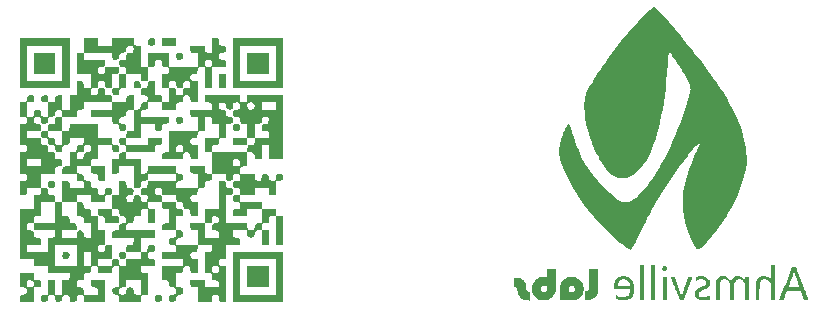
<source format=gbr>
%TF.GenerationSoftware,KiCad,Pcbnew,(6.0.9)*%
%TF.CreationDate,2023-01-29T02:38:54+01:00*%
%TF.ProjectId,PICO DEV M3 KEYPAD,5049434f-2044-4455-9620-4d33204b4559,0.1*%
%TF.SameCoordinates,Original*%
%TF.FileFunction,Legend,Bot*%
%TF.FilePolarity,Positive*%
%FSLAX46Y46*%
G04 Gerber Fmt 4.6, Leading zero omitted, Abs format (unit mm)*
G04 Created by KiCad (PCBNEW (6.0.9)) date 2023-01-29 02:38:54*
%MOMM*%
%LPD*%
G01*
G04 APERTURE LIST*
G04 APERTURE END LIST*
%TO.C,G\u002A\u002A\u002A*%
G36*
X135430827Y-149584425D02*
G01*
X135497518Y-149599540D01*
X135550993Y-149633753D01*
X135589953Y-149682208D01*
X135613100Y-149740050D01*
X135619134Y-149802423D01*
X135606758Y-149864471D01*
X135574672Y-149921340D01*
X135521578Y-149968173D01*
X135496177Y-149981569D01*
X135455743Y-149991375D01*
X135401085Y-149991326D01*
X135374702Y-149988477D01*
X135303185Y-149965760D01*
X135249795Y-149923608D01*
X135216395Y-149863944D01*
X135204848Y-149788690D01*
X135208746Y-149745491D01*
X135233602Y-149679125D01*
X135278878Y-149628220D01*
X135341616Y-149595604D01*
X135418858Y-149584103D01*
X135430827Y-149584425D01*
G37*
G36*
X133663668Y-152471711D02*
G01*
X133335219Y-152471711D01*
X133335219Y-149556733D01*
X133663668Y-149556733D01*
X133663668Y-152471711D01*
G37*
G36*
X127600567Y-150517791D02*
G01*
X127696078Y-150523480D01*
X127773943Y-150535068D01*
X127803663Y-150542132D01*
X127954383Y-150593814D01*
X128092486Y-150667678D01*
X128216139Y-150761224D01*
X128323508Y-150871953D01*
X128412760Y-150997365D01*
X128482062Y-151134961D01*
X128529580Y-151282239D01*
X128553482Y-151436702D01*
X128551934Y-151595849D01*
X128544076Y-151663337D01*
X128511767Y-151816502D01*
X128459650Y-151954122D01*
X128385982Y-152080190D01*
X128289022Y-152198704D01*
X128190457Y-152292308D01*
X128064571Y-152382069D01*
X127928386Y-152447990D01*
X127778969Y-152491754D01*
X127743449Y-152497753D01*
X127683363Y-152504328D01*
X127615278Y-152509038D01*
X127546234Y-152511644D01*
X127483270Y-152511909D01*
X127433426Y-152509594D01*
X127403742Y-152504460D01*
X127398352Y-152500680D01*
X127393003Y-152490164D01*
X127388950Y-152470366D01*
X127386021Y-152438273D01*
X127384044Y-152390870D01*
X127382846Y-152325141D01*
X127382254Y-152238072D01*
X127382094Y-152126649D01*
X127382109Y-152076539D01*
X127382318Y-151977179D01*
X127382931Y-151901005D01*
X127384145Y-151845086D01*
X127386154Y-151806486D01*
X127389153Y-151782274D01*
X127393338Y-151769516D01*
X127398903Y-151765277D01*
X127406044Y-151766626D01*
X127480032Y-151788939D01*
X127568192Y-151796156D01*
X127647338Y-151780883D01*
X127714549Y-151744266D01*
X127766904Y-151687449D01*
X127801481Y-151611579D01*
X127803231Y-151605494D01*
X127814784Y-151555795D01*
X127816104Y-151516487D01*
X127807807Y-151474200D01*
X127799749Y-151448411D01*
X127761343Y-151374720D01*
X127707654Y-151317723D01*
X127643054Y-151278819D01*
X127571919Y-151259404D01*
X127498621Y-151260877D01*
X127427536Y-151284635D01*
X127363037Y-151332076D01*
X127349478Y-151345949D01*
X127329527Y-151368933D01*
X127313357Y-151393420D01*
X127300573Y-151422284D01*
X127290779Y-151458400D01*
X127283578Y-151504641D01*
X127278574Y-151563881D01*
X127275371Y-151638995D01*
X127273574Y-151732857D01*
X127272786Y-151848340D01*
X127272612Y-151988319D01*
X127272612Y-152471711D01*
X126545698Y-152471711D01*
X126550601Y-151879820D01*
X126550712Y-151866407D01*
X126552014Y-151717047D01*
X126553479Y-151591815D01*
X126555479Y-151487715D01*
X126558384Y-151401751D01*
X126562568Y-151330926D01*
X126568401Y-151272244D01*
X126576255Y-151222709D01*
X126586503Y-151179326D01*
X126599516Y-151139097D01*
X126615666Y-151099027D01*
X126635324Y-151056120D01*
X126658862Y-151007379D01*
X126663719Y-150997574D01*
X126740003Y-150875722D01*
X126837880Y-150766970D01*
X126953713Y-150674265D01*
X127083870Y-150600553D01*
X127224713Y-150548780D01*
X127298114Y-150533878D01*
X127392590Y-150523215D01*
X127496406Y-150517777D01*
X127600567Y-150517791D01*
G37*
G36*
X132835769Y-151508071D02*
G01*
X132830681Y-151634674D01*
X132817869Y-151754051D01*
X132797517Y-151857088D01*
X132768857Y-151954403D01*
X132734012Y-152042303D01*
X132690369Y-152122508D01*
X132633107Y-152205221D01*
X132568681Y-152280057D01*
X132461810Y-152369186D01*
X132336574Y-152438317D01*
X132192493Y-152487755D01*
X132190557Y-152488253D01*
X132145597Y-152498207D01*
X132098915Y-152504675D01*
X132044114Y-152508060D01*
X131974799Y-152508768D01*
X131884573Y-152507200D01*
X131869500Y-152506793D01*
X131741372Y-152500044D01*
X131632632Y-152487000D01*
X131536432Y-152466222D01*
X131445926Y-152436270D01*
X131354266Y-152395704D01*
X131255047Y-152347048D01*
X131255047Y-152032465D01*
X131313210Y-152072306D01*
X131322223Y-152078412D01*
X131448494Y-152150811D01*
X131578683Y-152202931D01*
X131709981Y-152235126D01*
X131839575Y-152247752D01*
X131964655Y-152241161D01*
X132082411Y-152215708D01*
X132190032Y-152171748D01*
X132284707Y-152109633D01*
X132363624Y-152029719D01*
X132423974Y-151932360D01*
X132448675Y-151872354D01*
X132475245Y-151786206D01*
X132493380Y-151700467D01*
X132500211Y-151626641D01*
X132500413Y-151568478D01*
X131114923Y-151568478D01*
X131121814Y-151352934D01*
X131123723Y-151300726D01*
X131124059Y-151294771D01*
X131446642Y-151294771D01*
X132501654Y-151294771D01*
X132492356Y-151243451D01*
X132471186Y-151162945D01*
X132433168Y-151069803D01*
X132384147Y-150980677D01*
X132328452Y-150903326D01*
X132270410Y-150845513D01*
X132204169Y-150800521D01*
X132097042Y-150751873D01*
X131984589Y-150726523D01*
X131872485Y-150726170D01*
X131862358Y-150727506D01*
X131784856Y-150746698D01*
X131706023Y-150779398D01*
X131635425Y-150820965D01*
X131582629Y-150866761D01*
X131577647Y-150872566D01*
X131525278Y-150951407D01*
X131483789Y-151046557D01*
X131456478Y-151148755D01*
X131446642Y-151248741D01*
X131446642Y-151294771D01*
X131124059Y-151294771D01*
X131128606Y-151214181D01*
X131135549Y-151145328D01*
X131145298Y-151087736D01*
X131158596Y-151034973D01*
X131168148Y-151003878D01*
X131226381Y-150861147D01*
X131301856Y-150739620D01*
X131394189Y-150639587D01*
X131502995Y-150561335D01*
X131627888Y-150505156D01*
X131768484Y-150471337D01*
X131924397Y-150460168D01*
X131971979Y-150461056D01*
X132099665Y-150473686D01*
X132213699Y-150502553D01*
X132321441Y-150549310D01*
X132367391Y-150575240D01*
X132492402Y-150666273D01*
X132601207Y-150777514D01*
X132691818Y-150906297D01*
X132762248Y-151049953D01*
X132810509Y-151205817D01*
X132822049Y-151269645D01*
X132824458Y-151294771D01*
X132832953Y-151383357D01*
X132835769Y-151508071D01*
G37*
G36*
X136082156Y-150504042D02*
G01*
X136254140Y-150507864D01*
X136526284Y-151257119D01*
X136564746Y-151363368D01*
X136613364Y-151498726D01*
X136658892Y-151626646D01*
X136700424Y-151744520D01*
X136737053Y-151849741D01*
X136767872Y-151939699D01*
X136791976Y-152011788D01*
X136808458Y-152063399D01*
X136816411Y-152091925D01*
X136834394Y-152177476D01*
X136850917Y-152115892D01*
X136858253Y-152089512D01*
X136868717Y-152054258D01*
X136882095Y-152011477D01*
X136899076Y-151959139D01*
X136920349Y-151895211D01*
X136946601Y-151817662D01*
X136978520Y-151724461D01*
X137016795Y-151613575D01*
X137062115Y-151482973D01*
X137115167Y-151330624D01*
X137176640Y-151154497D01*
X137404906Y-150501021D01*
X137580246Y-150501021D01*
X137591225Y-150501035D01*
X137655456Y-150501698D01*
X137707671Y-150503213D01*
X137742754Y-150505375D01*
X137755586Y-150507982D01*
X137752752Y-150516354D01*
X137741055Y-150548327D01*
X137721014Y-150602245D01*
X137693402Y-150676054D01*
X137658993Y-150767698D01*
X137618560Y-150875120D01*
X137572875Y-150996265D01*
X137522713Y-151129077D01*
X137468845Y-151271501D01*
X137412046Y-151421479D01*
X137371920Y-151527367D01*
X137315776Y-151675545D01*
X137262497Y-151816179D01*
X137212939Y-151947013D01*
X137167955Y-152065791D01*
X137128400Y-152170255D01*
X137095129Y-152258151D01*
X137068995Y-152327222D01*
X137050853Y-152375211D01*
X137041558Y-152399863D01*
X137014611Y-152471711D01*
X136694929Y-152471711D01*
X136374151Y-151667697D01*
X136373791Y-151666796D01*
X136315208Y-151519923D01*
X136257749Y-151375799D01*
X136202543Y-151237258D01*
X136150716Y-151107135D01*
X136103399Y-150988261D01*
X136061717Y-150883472D01*
X136026801Y-150795602D01*
X135999776Y-150727484D01*
X135981772Y-150681951D01*
X135910172Y-150500219D01*
X136082156Y-150504042D01*
G37*
G36*
X134515451Y-127688984D02*
G01*
X134559691Y-127705500D01*
X134617165Y-127740726D01*
X134688162Y-127794953D01*
X134772968Y-127868473D01*
X134871873Y-127961577D01*
X134985164Y-128074555D01*
X135113129Y-128207699D01*
X135256056Y-128361300D01*
X135414232Y-128535649D01*
X135587945Y-128731037D01*
X135777484Y-128947756D01*
X135983136Y-129186097D01*
X136078774Y-129297917D01*
X136299296Y-129558051D01*
X136526663Y-129829240D01*
X136758941Y-130109067D01*
X136994197Y-130395113D01*
X137230500Y-130684962D01*
X137465915Y-130976197D01*
X137698510Y-131266401D01*
X137926353Y-131553155D01*
X138147511Y-131834044D01*
X138360050Y-132106649D01*
X138562038Y-132368554D01*
X138751542Y-132617341D01*
X138926630Y-132850592D01*
X139085369Y-133065892D01*
X139193061Y-133214222D01*
X139523038Y-133678016D01*
X139834736Y-134130701D01*
X140127659Y-134571488D01*
X140401311Y-134999592D01*
X140655196Y-135414225D01*
X140888820Y-135814602D01*
X141101685Y-136199935D01*
X141293297Y-136569438D01*
X141368476Y-136721710D01*
X141547132Y-137103226D01*
X141705283Y-137472671D01*
X141843823Y-137833315D01*
X141963649Y-138188429D01*
X142065660Y-138541284D01*
X142150750Y-138895150D01*
X142219818Y-139253298D01*
X142273760Y-139618998D01*
X142313472Y-139995521D01*
X142339852Y-140386137D01*
X142340605Y-140401191D01*
X142347559Y-140550546D01*
X142352192Y-140677138D01*
X142354349Y-140785111D01*
X142353875Y-140878606D01*
X142350614Y-140961767D01*
X142344412Y-141038736D01*
X142335114Y-141113654D01*
X142322564Y-141190664D01*
X142306607Y-141273910D01*
X142272948Y-141434985D01*
X142138521Y-141992529D01*
X141977990Y-142542288D01*
X141791701Y-143083373D01*
X141580001Y-143614896D01*
X141343237Y-144135968D01*
X141081755Y-144645702D01*
X140795903Y-145143209D01*
X140650621Y-145378044D01*
X140453361Y-145683537D01*
X140249239Y-145985568D01*
X140040344Y-146281381D01*
X139828770Y-146568215D01*
X139616606Y-146843312D01*
X139405944Y-147103913D01*
X139198875Y-147347260D01*
X138997491Y-147570594D01*
X138803882Y-147771156D01*
X138700011Y-147872691D01*
X138596016Y-147969186D01*
X138505862Y-148046306D01*
X138427967Y-148105237D01*
X138360749Y-148147163D01*
X138302627Y-148173270D01*
X138252018Y-148184744D01*
X138229816Y-148186459D01*
X138194547Y-148184472D01*
X138163581Y-148171809D01*
X138124641Y-148144601D01*
X138086925Y-148111805D01*
X138020074Y-148035913D01*
X137949455Y-147935199D01*
X137875634Y-147811011D01*
X137799179Y-147664694D01*
X137720658Y-147497596D01*
X137640640Y-147311063D01*
X137559692Y-147106442D01*
X137478382Y-146885079D01*
X137397278Y-146648322D01*
X137316948Y-146397516D01*
X137237959Y-146134009D01*
X137160879Y-145859147D01*
X137129812Y-145742462D01*
X137081257Y-145548201D01*
X137041420Y-145369769D01*
X137009186Y-145201077D01*
X136983437Y-145036034D01*
X136963056Y-144868549D01*
X136946926Y-144692531D01*
X136944434Y-144657463D01*
X136938769Y-144533262D01*
X136936084Y-144390285D01*
X136936232Y-144234890D01*
X136939068Y-144073433D01*
X136944446Y-143912271D01*
X136952221Y-143757761D01*
X136962247Y-143616260D01*
X136974378Y-143494125D01*
X136999669Y-143299702D01*
X137049456Y-142987569D01*
X137111067Y-142674319D01*
X137185181Y-142357780D01*
X137272479Y-142035782D01*
X137373643Y-141706152D01*
X137489352Y-141366718D01*
X137620289Y-141015308D01*
X137767133Y-140649751D01*
X137930566Y-140267875D01*
X138111268Y-139867508D01*
X138167298Y-139746010D01*
X138220959Y-139628999D01*
X138265029Y-139531956D01*
X138300616Y-139452335D01*
X138328826Y-139387590D01*
X138350767Y-139335174D01*
X138367547Y-139292540D01*
X138380273Y-139257142D01*
X138390053Y-139226432D01*
X138398499Y-139194349D01*
X138403018Y-139155802D01*
X138394830Y-139136637D01*
X138373209Y-139137193D01*
X138337430Y-139157805D01*
X138286766Y-139198810D01*
X138220492Y-139260543D01*
X138137882Y-139343343D01*
X138052683Y-139433411D01*
X137933436Y-139566273D01*
X137802049Y-139719181D01*
X137659829Y-139890363D01*
X137508081Y-140078048D01*
X137348111Y-140280464D01*
X137181224Y-140495840D01*
X137008726Y-140722402D01*
X136831923Y-140958381D01*
X136652121Y-141202003D01*
X136470625Y-141451497D01*
X136288741Y-141705091D01*
X136107774Y-141961014D01*
X135929030Y-142217494D01*
X135753816Y-142472758D01*
X135583436Y-142725035D01*
X135419196Y-142972553D01*
X135262403Y-143213541D01*
X135114361Y-143446226D01*
X135056977Y-143537980D01*
X134976748Y-143667922D01*
X134898607Y-143796704D01*
X134821626Y-143926051D01*
X134744882Y-144057686D01*
X134667449Y-144193334D01*
X134588400Y-144334718D01*
X134506812Y-144483563D01*
X134421758Y-144641591D01*
X134332313Y-144810528D01*
X134237552Y-144992096D01*
X134136550Y-145188020D01*
X134028380Y-145400024D01*
X133912118Y-145629832D01*
X133786837Y-145879168D01*
X133651614Y-146149754D01*
X133505522Y-146443317D01*
X133411888Y-146631605D01*
X133311489Y-146832951D01*
X133221539Y-147012610D01*
X133141211Y-147172164D01*
X133069673Y-147313197D01*
X133006097Y-147437293D01*
X132949653Y-147546034D01*
X132899512Y-147641003D01*
X132854844Y-147723785D01*
X132814820Y-147795962D01*
X132778610Y-147859118D01*
X132745384Y-147914835D01*
X132714314Y-147964698D01*
X132684570Y-148010289D01*
X132683134Y-148012439D01*
X132640035Y-148076636D01*
X132608441Y-148122323D01*
X132584953Y-148153765D01*
X132566172Y-148175225D01*
X132548698Y-148190966D01*
X132529134Y-148205251D01*
X132528947Y-148205379D01*
X132504443Y-148219052D01*
X132481446Y-148219592D01*
X132447022Y-148207325D01*
X132381581Y-148174739D01*
X132295402Y-148122150D01*
X132193237Y-148052178D01*
X132076556Y-147966091D01*
X131946829Y-147865157D01*
X131805526Y-147750643D01*
X131654119Y-147623817D01*
X131494077Y-147485946D01*
X131326871Y-147338298D01*
X131153971Y-147182140D01*
X130976847Y-147018740D01*
X130796970Y-146849366D01*
X130615810Y-146675285D01*
X130434837Y-146497764D01*
X130255523Y-146318071D01*
X130247459Y-146309898D01*
X130019446Y-146076296D01*
X129808681Y-145855139D01*
X129611118Y-145641996D01*
X129422708Y-145432438D01*
X129239405Y-145222034D01*
X129057162Y-145006355D01*
X128912468Y-144829392D01*
X128581517Y-144399708D01*
X128261042Y-143948738D01*
X127953138Y-143480011D01*
X127659899Y-142997055D01*
X127383418Y-142503398D01*
X127125790Y-142002569D01*
X126889110Y-141498095D01*
X126675470Y-140993505D01*
X126654260Y-140939072D01*
X126594179Y-140762819D01*
X126548401Y-140586658D01*
X126514904Y-140401856D01*
X126491668Y-140199684D01*
X126485388Y-140105854D01*
X126481750Y-139946775D01*
X126485338Y-139781784D01*
X126495832Y-139621734D01*
X126512913Y-139477476D01*
X126521151Y-139427505D01*
X126547292Y-139297060D01*
X126581490Y-139154446D01*
X126622637Y-139002647D01*
X126669626Y-138844648D01*
X126721349Y-138683432D01*
X126776700Y-138521985D01*
X126834569Y-138363290D01*
X126893849Y-138210331D01*
X126953433Y-138066093D01*
X127012213Y-137933559D01*
X127069082Y-137815715D01*
X127122931Y-137715543D01*
X127172653Y-137636029D01*
X127217141Y-137580157D01*
X127219466Y-137577752D01*
X127258685Y-137540598D01*
X127286344Y-137522980D01*
X127306529Y-137522252D01*
X127317164Y-137528982D01*
X127333083Y-137548136D01*
X127351206Y-137580488D01*
X127372242Y-137627926D01*
X127396905Y-137692338D01*
X127425906Y-137775610D01*
X127459957Y-137879631D01*
X127499769Y-138006288D01*
X127546054Y-138157468D01*
X127595557Y-138319439D01*
X127703033Y-138661534D01*
X127807575Y-138979790D01*
X127910241Y-139276387D01*
X128012091Y-139553511D01*
X128114183Y-139813342D01*
X128217576Y-140058065D01*
X128323330Y-140289862D01*
X128432502Y-140510915D01*
X128546153Y-140723408D01*
X128665341Y-140929524D01*
X128791125Y-141131444D01*
X128924563Y-141331353D01*
X129066715Y-141531434D01*
X129218640Y-141733867D01*
X129381396Y-141940838D01*
X129428484Y-141999264D01*
X129539076Y-142134174D01*
X129644343Y-142258727D01*
X129748584Y-142377678D01*
X129856095Y-142495785D01*
X129971173Y-142617804D01*
X130098116Y-142748491D01*
X130241222Y-142892604D01*
X130419381Y-143068219D01*
X130590549Y-143231664D01*
X130755881Y-143383532D01*
X130920974Y-143528856D01*
X131091428Y-143672669D01*
X131272841Y-143820005D01*
X131306872Y-143847136D01*
X131406492Y-143925731D01*
X131489570Y-143989615D01*
X131559416Y-144041100D01*
X131619339Y-144082500D01*
X131672648Y-144116126D01*
X131722651Y-144144292D01*
X131772659Y-144169310D01*
X131804401Y-144183985D01*
X131838419Y-144197413D01*
X131871397Y-144205817D01*
X131910437Y-144210369D01*
X131962641Y-144212242D01*
X132035112Y-144212605D01*
X132047636Y-144212595D01*
X132120919Y-144211674D01*
X132176561Y-144208445D01*
X132223047Y-144201747D01*
X132268866Y-144190420D01*
X132322504Y-144173303D01*
X132396915Y-144145893D01*
X132574576Y-144062994D01*
X132758170Y-143953522D01*
X132947606Y-143817562D01*
X133142793Y-143655196D01*
X133343640Y-143466508D01*
X133550057Y-143251580D01*
X133761953Y-143010496D01*
X133979238Y-142743338D01*
X134201820Y-142450190D01*
X134263683Y-142365464D01*
X134417454Y-142148804D01*
X134565371Y-141930976D01*
X134709274Y-141708892D01*
X134851001Y-141479457D01*
X134992390Y-141239583D01*
X135135281Y-140986175D01*
X135281512Y-140716144D01*
X135432921Y-140426398D01*
X135591348Y-140113845D01*
X135677718Y-139939751D01*
X135913915Y-139447899D01*
X136138083Y-138956400D01*
X136351564Y-138461792D01*
X136555702Y-137960615D01*
X136751837Y-137449406D01*
X136941314Y-136924704D01*
X137125473Y-136383046D01*
X137305658Y-135820972D01*
X137483210Y-135235019D01*
X137596229Y-134851830D01*
X137597128Y-134639707D01*
X137597098Y-134588038D01*
X137595722Y-134520250D01*
X137591952Y-134457311D01*
X137584869Y-134397056D01*
X137573555Y-134337318D01*
X137557092Y-134275930D01*
X137534560Y-134210725D01*
X137505042Y-134139538D01*
X137467618Y-134060201D01*
X137421371Y-133970547D01*
X137365380Y-133868410D01*
X137298729Y-133751624D01*
X137220498Y-133618021D01*
X137129768Y-133465436D01*
X137025622Y-133291700D01*
X136998371Y-133246399D01*
X136857475Y-133014119D01*
X136722421Y-132794728D01*
X136593793Y-132589070D01*
X136472174Y-132397988D01*
X136358147Y-132222325D01*
X136252294Y-132062926D01*
X136155199Y-131920633D01*
X136067444Y-131796291D01*
X135989612Y-131690742D01*
X135922287Y-131604829D01*
X135866051Y-131539398D01*
X135821487Y-131495290D01*
X135789178Y-131473350D01*
X135769708Y-131474421D01*
X135768428Y-131475925D01*
X135762797Y-131488379D01*
X135757127Y-131511621D01*
X135751238Y-131547488D01*
X135744952Y-131597816D01*
X135738092Y-131664443D01*
X135730478Y-131749206D01*
X135721932Y-131853941D01*
X135712275Y-131980486D01*
X135701331Y-132130679D01*
X135688919Y-132306355D01*
X135687863Y-132321452D01*
X135677402Y-132468889D01*
X135666123Y-132624559D01*
X135654469Y-132782537D01*
X135642885Y-132936901D01*
X135631815Y-133081727D01*
X135621703Y-133211091D01*
X135612992Y-133319071D01*
X135554829Y-133967131D01*
X135487006Y-134610566D01*
X135411294Y-135227840D01*
X135327694Y-135818947D01*
X135236207Y-136383885D01*
X135136835Y-136922649D01*
X135029577Y-137435236D01*
X134914436Y-137921641D01*
X134791411Y-138381861D01*
X134660504Y-138815891D01*
X134521716Y-139223728D01*
X134375048Y-139605368D01*
X134220500Y-139960807D01*
X134058074Y-140290040D01*
X133887771Y-140593065D01*
X133876789Y-140611276D01*
X133776460Y-140771316D01*
X133677387Y-140916535D01*
X133574804Y-141052995D01*
X133463949Y-141186759D01*
X133340058Y-141323890D01*
X133198366Y-141470451D01*
X133149809Y-141518931D01*
X133026582Y-141637169D01*
X132913532Y-141737480D01*
X132806498Y-141823066D01*
X132701319Y-141897131D01*
X132593836Y-141962877D01*
X132479885Y-142023507D01*
X132408082Y-142058219D01*
X132290388Y-142108566D01*
X132182008Y-142144462D01*
X132075333Y-142167812D01*
X131962758Y-142180520D01*
X131836674Y-142184489D01*
X131833324Y-142184494D01*
X131749087Y-142183806D01*
X131683439Y-142180886D01*
X131627921Y-142174822D01*
X131574075Y-142164699D01*
X131513442Y-142149607D01*
X131479811Y-142140159D01*
X131300435Y-142074242D01*
X131123518Y-141982714D01*
X130948836Y-141865356D01*
X130776164Y-141721949D01*
X130605278Y-141552274D01*
X130435955Y-141356112D01*
X130267970Y-141133245D01*
X130101100Y-140883453D01*
X129935121Y-140606517D01*
X129888204Y-140522306D01*
X129808540Y-140372381D01*
X129723398Y-140204877D01*
X129635096Y-140024782D01*
X129545956Y-139837084D01*
X129458297Y-139646771D01*
X129374439Y-139458829D01*
X129296701Y-139278246D01*
X129227404Y-139110011D01*
X129168868Y-138959110D01*
X129114799Y-138809427D01*
X128978176Y-138382742D01*
X128861902Y-137942844D01*
X128766895Y-137494431D01*
X128694075Y-137042203D01*
X128644360Y-136590858D01*
X128618668Y-136145095D01*
X128617193Y-136088740D01*
X128616920Y-135841578D01*
X128627535Y-135618981D01*
X128649086Y-135420479D01*
X128681619Y-135245599D01*
X128725183Y-135093872D01*
X128729343Y-135082121D01*
X128782751Y-134947236D01*
X128853453Y-134792349D01*
X128940998Y-134618194D01*
X129044935Y-134425501D01*
X129164814Y-134215004D01*
X129300183Y-133987434D01*
X129450592Y-133743523D01*
X129615591Y-133484004D01*
X129794728Y-133209609D01*
X129987552Y-132921069D01*
X130193614Y-132619118D01*
X130412461Y-132304486D01*
X130643644Y-131977907D01*
X130681487Y-131925063D01*
X130920678Y-131598254D01*
X131175428Y-131261639D01*
X131442884Y-130918607D01*
X131720191Y-130572549D01*
X132004494Y-130226855D01*
X132292941Y-129884916D01*
X132582678Y-129550121D01*
X132870849Y-129225862D01*
X133154602Y-128915529D01*
X133431082Y-128622512D01*
X133697435Y-128350201D01*
X133739909Y-128307786D01*
X133890800Y-128159678D01*
X134024966Y-128032407D01*
X134142815Y-127925636D01*
X134244754Y-127839031D01*
X134331190Y-127772255D01*
X134402530Y-127724974D01*
X134459181Y-127696851D01*
X134501551Y-127687552D01*
X134515451Y-127688984D01*
G37*
G36*
X138566446Y-150463307D02*
G01*
X138698621Y-150477955D01*
X138815410Y-150505708D01*
X138896461Y-150536917D01*
X139004098Y-150595959D01*
X139095136Y-150668041D01*
X139164519Y-150749628D01*
X139177221Y-150769060D01*
X139212111Y-150830921D01*
X139233486Y-150889620D01*
X139244227Y-150955188D01*
X139247212Y-151037658D01*
X139243994Y-151108515D01*
X139229308Y-151190349D01*
X139200991Y-151263881D01*
X139157141Y-151330978D01*
X139095856Y-151393509D01*
X139015231Y-151453342D01*
X138913364Y-151512344D01*
X138788351Y-151572382D01*
X138638291Y-151635326D01*
X138545969Y-151674193D01*
X138450815Y-151721513D01*
X138378796Y-151768402D01*
X138327732Y-151817039D01*
X138295442Y-151869606D01*
X138279745Y-151928284D01*
X138278462Y-151995254D01*
X138296212Y-152075726D01*
X138336870Y-152141551D01*
X138400302Y-152192283D01*
X138486398Y-152227798D01*
X138533791Y-152236591D01*
X138602430Y-152242237D01*
X138681245Y-152244065D01*
X138761509Y-152242097D01*
X138834493Y-152236351D01*
X138891469Y-152226850D01*
X138950969Y-152208576D01*
X139021404Y-152181605D01*
X139093432Y-152150025D01*
X139157759Y-152117910D01*
X139205089Y-152089335D01*
X139209808Y-152086016D01*
X139237283Y-152068351D01*
X139252822Y-152061151D01*
X139253161Y-152061297D01*
X139256208Y-152076661D01*
X139258690Y-152113669D01*
X139260362Y-152167133D01*
X139260974Y-152231866D01*
X139260974Y-152402581D01*
X139223159Y-152422136D01*
X139213377Y-152426854D01*
X139163612Y-152446134D01*
X139098882Y-152466544D01*
X139028609Y-152485287D01*
X138962211Y-152499570D01*
X138941034Y-152502595D01*
X138878407Y-152506947D01*
X138799773Y-152508323D01*
X138712356Y-152506985D01*
X138623378Y-152503198D01*
X138540065Y-152497225D01*
X138469639Y-152489328D01*
X138419325Y-152479773D01*
X138373555Y-152466017D01*
X138249951Y-152413992D01*
X138143681Y-152345907D01*
X138057440Y-152263724D01*
X137993917Y-152169410D01*
X137976645Y-152132377D01*
X137962900Y-152089329D01*
X137954721Y-152038533D01*
X137949947Y-151970191D01*
X137950005Y-151894724D01*
X137963642Y-151799194D01*
X137994617Y-151714048D01*
X138044599Y-151637375D01*
X138115257Y-151567266D01*
X138208259Y-151501811D01*
X138325273Y-151439099D01*
X138467968Y-151377222D01*
X138501150Y-151363929D01*
X138618417Y-151314807D01*
X138712352Y-151270844D01*
X138785329Y-151230086D01*
X138839718Y-151190582D01*
X138877892Y-151150379D01*
X138902222Y-151107524D01*
X138915081Y-151060065D01*
X138918840Y-151006049D01*
X138909877Y-150937561D01*
X138876347Y-150867277D01*
X138817808Y-150807767D01*
X138734088Y-150758805D01*
X138718639Y-150752079D01*
X138682655Y-150739735D01*
X138643175Y-150732459D01*
X138592259Y-150729120D01*
X138521965Y-150728588D01*
X138462137Y-150730168D01*
X138339650Y-150743444D01*
X138229471Y-150771686D01*
X138123153Y-150816762D01*
X138083731Y-150836175D01*
X138051359Y-150851120D01*
X138036091Y-150856840D01*
X138033471Y-150844833D01*
X138031826Y-150810677D01*
X138031386Y-150759718D01*
X138032280Y-150697320D01*
X138036135Y-150537799D01*
X138107080Y-150513708D01*
X138163512Y-150497021D01*
X138290301Y-150472937D01*
X138427476Y-150461667D01*
X138566446Y-150463307D01*
G37*
G36*
X126174700Y-150764464D02*
G01*
X126170198Y-151684804D01*
X126132110Y-151807604D01*
X126117192Y-151853033D01*
X126053693Y-152002788D01*
X125973775Y-152131760D01*
X125875705Y-152242000D01*
X125757746Y-152335555D01*
X125618166Y-152414474D01*
X125554540Y-152442003D01*
X125482917Y-152468457D01*
X125419728Y-152487686D01*
X125409359Y-152490257D01*
X125356536Y-152500734D01*
X125300022Y-152506720D01*
X125231972Y-152508781D01*
X125144541Y-152507479D01*
X125076096Y-152504165D01*
X124930266Y-152485189D01*
X124800217Y-152448659D01*
X124680666Y-152392315D01*
X124566330Y-152313897D01*
X124451927Y-152211145D01*
X124427712Y-152186763D01*
X124376494Y-152131703D01*
X124337493Y-152082114D01*
X124304319Y-152029307D01*
X124270584Y-151964595D01*
X124251594Y-151924265D01*
X124202493Y-151792215D01*
X124174760Y-151658758D01*
X124166038Y-151513737D01*
X124170081Y-151418342D01*
X124197044Y-151256695D01*
X124249059Y-151105578D01*
X124325814Y-150965792D01*
X124427001Y-150838139D01*
X124446027Y-150818129D01*
X124563545Y-150710923D01*
X124685262Y-150629055D01*
X124814922Y-150570779D01*
X124956266Y-150534348D01*
X125113040Y-150518015D01*
X125172086Y-150516236D01*
X125233047Y-150515874D01*
X125280709Y-150517203D01*
X125308056Y-150520149D01*
X125342978Y-150528913D01*
X125342978Y-151322698D01*
X125291658Y-151296720D01*
X125232877Y-151271736D01*
X125164568Y-151258855D01*
X125098409Y-151266925D01*
X125092470Y-151268602D01*
X125021085Y-151302756D01*
X124965056Y-151355527D01*
X124926502Y-151421869D01*
X124907538Y-151496736D01*
X124910285Y-151575081D01*
X124936858Y-151651859D01*
X124957567Y-151684746D01*
X125011989Y-151739162D01*
X125078385Y-151776101D01*
X125151257Y-151794548D01*
X125225108Y-151793489D01*
X125294440Y-151771910D01*
X125353756Y-151728795D01*
X125368287Y-151713927D01*
X125384230Y-151697028D01*
X125397823Y-151680110D01*
X125409262Y-151661067D01*
X125418747Y-151637796D01*
X125426475Y-151608194D01*
X125432644Y-151570157D01*
X125437451Y-151521580D01*
X125441095Y-151460360D01*
X125443774Y-151384393D01*
X125445686Y-151291576D01*
X125447027Y-151179804D01*
X125447997Y-151046974D01*
X125448793Y-150890981D01*
X125449614Y-150709723D01*
X125453609Y-149844125D01*
X126179202Y-149844125D01*
X126174700Y-150764464D01*
G37*
G36*
X122910954Y-150584715D02*
G01*
X123047333Y-150596835D01*
X123165105Y-150622094D01*
X123268496Y-150661907D01*
X123361731Y-150717692D01*
X123449037Y-150790866D01*
X123458938Y-150800557D01*
X123537703Y-150893837D01*
X123595818Y-150994410D01*
X123630045Y-151096806D01*
X123630071Y-151096929D01*
X123636835Y-151137727D01*
X123644606Y-151197733D01*
X123652427Y-151268890D01*
X123659339Y-151343142D01*
X123667963Y-151432193D01*
X123682399Y-151531283D01*
X123701857Y-151608292D01*
X123728375Y-151666242D01*
X123763991Y-151708153D01*
X123810741Y-151737045D01*
X123870664Y-151755941D01*
X123945797Y-151767859D01*
X124029185Y-151777294D01*
X124029185Y-152530281D01*
X123841012Y-152522702D01*
X123731575Y-152515806D01*
X123601764Y-152498446D01*
X123489997Y-152470411D01*
X123391555Y-152430064D01*
X123301718Y-152375770D01*
X123215768Y-152305892D01*
X123205606Y-152296444D01*
X123118659Y-152199251D01*
X123047669Y-152086390D01*
X122991662Y-151955636D01*
X122949664Y-151804764D01*
X122920702Y-151631547D01*
X122918099Y-151611756D01*
X122908240Y-151551264D01*
X122897111Y-151498892D01*
X122886657Y-151464201D01*
X122883202Y-151456636D01*
X122845161Y-151409082D01*
X122786573Y-151374141D01*
X122711971Y-151354654D01*
X122646965Y-151345987D01*
X122646965Y-150583133D01*
X122829528Y-150583133D01*
X122910954Y-150584715D01*
G37*
G36*
X144762482Y-152471711D02*
G01*
X144434034Y-152471711D01*
X144433872Y-151852449D01*
X144433783Y-151755073D01*
X144433338Y-151614241D01*
X144432464Y-151497069D01*
X144431096Y-151401246D01*
X144429171Y-151324459D01*
X144426624Y-151264396D01*
X144423390Y-151218743D01*
X144419405Y-151185189D01*
X144414604Y-151161420D01*
X144398953Y-151110517D01*
X144347920Y-150999071D01*
X144280005Y-150903992D01*
X144197944Y-150827112D01*
X144104475Y-150770264D01*
X144002334Y-150735282D01*
X143894258Y-150724000D01*
X143782984Y-150738252D01*
X143760070Y-150744322D01*
X143670948Y-150778999D01*
X143600761Y-150828293D01*
X143544290Y-150895644D01*
X143532917Y-150913436D01*
X143511697Y-150951529D01*
X143493727Y-150992824D01*
X143478745Y-151039735D01*
X143466492Y-151094680D01*
X143456708Y-151160075D01*
X143449130Y-151238335D01*
X143443500Y-151331877D01*
X143439557Y-151443118D01*
X143437039Y-151574473D01*
X143435688Y-151728358D01*
X143435241Y-151907191D01*
X143435004Y-152471711D01*
X143118707Y-152471711D01*
X143123548Y-151742966D01*
X143123742Y-151713885D01*
X143124874Y-151551420D01*
X143126084Y-151413367D01*
X143127597Y-151297181D01*
X143129638Y-151200321D01*
X143132431Y-151120242D01*
X143136202Y-151054401D01*
X143141177Y-151000257D01*
X143147579Y-150955265D01*
X143155634Y-150916882D01*
X143165567Y-150882566D01*
X143177603Y-150849774D01*
X143191967Y-150815961D01*
X143208884Y-150778587D01*
X143236467Y-150727288D01*
X143305822Y-150639285D01*
X143394174Y-150565238D01*
X143496969Y-150508621D01*
X143609654Y-150472907D01*
X143638110Y-150468033D01*
X143720015Y-150461453D01*
X143811949Y-150461994D01*
X143904670Y-150469082D01*
X143988935Y-150482145D01*
X144055500Y-150500606D01*
X144081005Y-150511028D01*
X144190064Y-150569789D01*
X144288860Y-150645422D01*
X144369029Y-150731760D01*
X144434034Y-150817363D01*
X144434034Y-149556733D01*
X144762482Y-149556733D01*
X144762482Y-152471711D01*
G37*
G36*
X147280574Y-151676497D02*
G01*
X147335380Y-151819964D01*
X147386682Y-151954319D01*
X147433694Y-152077508D01*
X147475631Y-152187473D01*
X147511706Y-152282160D01*
X147541133Y-152359512D01*
X147563126Y-152417472D01*
X147576898Y-152453986D01*
X147581663Y-152466998D01*
X147580821Y-152467450D01*
X147561910Y-152469121D01*
X147521891Y-152470474D01*
X147465771Y-152471380D01*
X147398560Y-152471711D01*
X147215456Y-152471711D01*
X147078429Y-152085100D01*
X146941401Y-151698489D01*
X146360716Y-151694923D01*
X145780031Y-151691356D01*
X145638665Y-152071270D01*
X145627612Y-152100932D01*
X145592255Y-152195221D01*
X145560049Y-152280229D01*
X145532259Y-152352676D01*
X145510150Y-152409284D01*
X145494987Y-152446772D01*
X145488034Y-152461860D01*
X145486978Y-152462585D01*
X145466310Y-152466102D01*
X145424660Y-152468426D01*
X145367451Y-152469359D01*
X145300106Y-152468703D01*
X145121444Y-152464868D01*
X145529365Y-151404254D01*
X145885895Y-151404254D01*
X146357432Y-151404254D01*
X146448669Y-151404093D01*
X146551866Y-151403492D01*
X146643300Y-151402499D01*
X146719848Y-151401170D01*
X146778390Y-151399563D01*
X146815804Y-151397733D01*
X146828969Y-151395736D01*
X146825233Y-151383898D01*
X146812987Y-151348627D01*
X146793115Y-151292550D01*
X146766538Y-151218241D01*
X146734182Y-151128274D01*
X146696968Y-151025223D01*
X146655822Y-150911660D01*
X146611666Y-150790160D01*
X146575020Y-150689090D01*
X146531824Y-150568945D01*
X146491863Y-150456706D01*
X146456171Y-150355337D01*
X146425785Y-150267801D01*
X146401740Y-150197062D01*
X146385070Y-150146084D01*
X146376811Y-150117832D01*
X146359261Y-150042562D01*
X146342134Y-150124674D01*
X146339370Y-150135795D01*
X146326931Y-150177055D01*
X146306548Y-150239309D01*
X146279321Y-150319377D01*
X146246353Y-150414080D01*
X146208745Y-150520238D01*
X146167599Y-150634671D01*
X146124017Y-150754200D01*
X146101875Y-150814509D01*
X146059542Y-150929841D01*
X146020102Y-151037325D01*
X145984644Y-151133987D01*
X145954261Y-151216853D01*
X145930042Y-151282949D01*
X145913078Y-151329301D01*
X145904460Y-151352934D01*
X145885895Y-151404254D01*
X145529365Y-151404254D01*
X145650425Y-151089491D01*
X146179407Y-149714114D01*
X146352344Y-149710294D01*
X146525280Y-149706473D01*
X146587678Y-149867675D01*
X146607036Y-149917807D01*
X146635839Y-149992621D01*
X146671359Y-150085053D01*
X146712810Y-150193045D01*
X146759406Y-150314542D01*
X146810361Y-150447489D01*
X146864888Y-150589827D01*
X146922202Y-150739503D01*
X146981517Y-150894460D01*
X147042045Y-151052641D01*
X147103001Y-151211992D01*
X147163599Y-151370455D01*
X147173263Y-151395736D01*
X147223052Y-151525976D01*
X147280574Y-151676497D01*
G37*
G36*
X129773638Y-150798678D02*
G01*
X129773610Y-150804174D01*
X129772633Y-150990084D01*
X129771654Y-151150745D01*
X129770618Y-151288222D01*
X129769464Y-151404580D01*
X129768136Y-151501885D01*
X129766574Y-151582200D01*
X129764720Y-151647593D01*
X129762517Y-151700126D01*
X129759906Y-151741865D01*
X129756829Y-151774876D01*
X129753227Y-151801223D01*
X129749043Y-151822971D01*
X129744218Y-151842185D01*
X129735497Y-151872063D01*
X129677882Y-152018802D01*
X129601312Y-152145978D01*
X129506177Y-152253213D01*
X129392868Y-152340130D01*
X129261776Y-152406353D01*
X129113291Y-152451503D01*
X129110042Y-152452188D01*
X129062489Y-152459047D01*
X128996619Y-152464796D01*
X128920702Y-152468850D01*
X128843005Y-152470623D01*
X128654832Y-152471711D01*
X128654832Y-151708420D01*
X128747208Y-151702850D01*
X128786041Y-151699490D01*
X128856057Y-151684994D01*
X128908114Y-151658884D01*
X128947836Y-151618805D01*
X128951399Y-151613853D01*
X128956680Y-151605023D01*
X128961180Y-151593708D01*
X128964971Y-151577835D01*
X128968128Y-151555330D01*
X128970726Y-151524118D01*
X128972838Y-151482127D01*
X128974538Y-151427282D01*
X128975901Y-151357510D01*
X128977001Y-151270736D01*
X128977911Y-151164887D01*
X128978707Y-151037889D01*
X128979462Y-150887668D01*
X128980250Y-150712151D01*
X128984063Y-149844125D01*
X129778404Y-149844125D01*
X129773638Y-150798678D01*
G37*
G36*
X134621642Y-152471711D02*
G01*
X134293194Y-152471711D01*
X134293194Y-149556733D01*
X134621642Y-149556733D01*
X134621642Y-152471711D01*
G37*
G36*
X135579616Y-152471711D02*
G01*
X135251168Y-152471711D01*
X135251168Y-150501021D01*
X135579616Y-150501021D01*
X135579616Y-152471711D01*
G37*
G36*
X140489410Y-150465008D02*
G01*
X140550655Y-150472907D01*
X140560478Y-150475037D01*
X140679605Y-150515395D01*
X140792078Y-150579699D01*
X140893369Y-150664833D01*
X140978951Y-150767680D01*
X141031482Y-150843952D01*
X141065764Y-150771705D01*
X141101348Y-150711327D01*
X141167675Y-150632903D01*
X141248744Y-150563741D01*
X141337399Y-150510719D01*
X141371417Y-150494998D01*
X141405246Y-150481719D01*
X141438032Y-150473489D01*
X141476880Y-150469143D01*
X141528891Y-150467516D01*
X141601168Y-150467442D01*
X141663343Y-150468119D01*
X141724818Y-150470701D01*
X141771515Y-150476029D01*
X141810521Y-150484988D01*
X141848923Y-150498468D01*
X141941818Y-150544091D01*
X142047088Y-150619114D01*
X142134896Y-150709319D01*
X142196480Y-150786609D01*
X142200365Y-150643815D01*
X142204249Y-150501021D01*
X142531771Y-150501021D01*
X142531771Y-152471711D01*
X142203323Y-152471711D01*
X142203323Y-151849701D01*
X142203254Y-151770586D01*
X142202551Y-151602466D01*
X142201093Y-151460151D01*
X142198887Y-151343953D01*
X142195941Y-151254183D01*
X142192261Y-151191152D01*
X142187855Y-151155170D01*
X142177935Y-151114498D01*
X142135564Y-151001742D01*
X142076479Y-150905813D01*
X142003081Y-150828453D01*
X141917773Y-150771403D01*
X141822957Y-150736403D01*
X141721035Y-150725195D01*
X141614408Y-150739519D01*
X141551492Y-150759241D01*
X141475998Y-150798075D01*
X141415676Y-150852475D01*
X141366580Y-150926308D01*
X141324766Y-151023440D01*
X141318004Y-151042866D01*
X141312055Y-151062691D01*
X141307124Y-151084549D01*
X141303093Y-151110976D01*
X141299844Y-151144504D01*
X141297261Y-151187667D01*
X141295225Y-151242999D01*
X141293619Y-151313034D01*
X141292325Y-151400304D01*
X141291226Y-151507343D01*
X141290204Y-151636686D01*
X141289141Y-151790865D01*
X141284577Y-152471711D01*
X140973581Y-152471711D01*
X140968551Y-151838764D01*
X140968272Y-151803800D01*
X140967060Y-151660797D01*
X140965850Y-151541909D01*
X140964513Y-151444468D01*
X140962920Y-151365806D01*
X140960945Y-151303255D01*
X140958457Y-151254147D01*
X140955330Y-151215813D01*
X140951435Y-151185585D01*
X140946644Y-151160797D01*
X140940828Y-151138778D01*
X140933859Y-151116862D01*
X140931249Y-151109178D01*
X140880917Y-150996087D01*
X140814347Y-150897205D01*
X140734874Y-150816679D01*
X140645832Y-150758658D01*
X140627715Y-150750311D01*
X140585590Y-150736325D01*
X140537209Y-150729510D01*
X140472127Y-150728025D01*
X140382658Y-150735042D01*
X140286623Y-150762000D01*
X140207947Y-150809708D01*
X140145970Y-150878746D01*
X140100033Y-150969695D01*
X140069477Y-151083138D01*
X140069385Y-151083643D01*
X140065684Y-151119009D01*
X140062467Y-151180138D01*
X140059763Y-151265461D01*
X140057606Y-151373410D01*
X140056026Y-151502416D01*
X140055055Y-151650911D01*
X140054724Y-151817328D01*
X140054724Y-152471711D01*
X139726276Y-152471711D01*
X139726379Y-151797708D01*
X139726515Y-151700730D01*
X139727189Y-151556947D01*
X139728384Y-151425088D01*
X139730054Y-151307726D01*
X139732150Y-151207438D01*
X139734624Y-151126796D01*
X139737429Y-151068375D01*
X139740517Y-151034750D01*
X139752115Y-150972401D01*
X139792662Y-150834898D01*
X139850423Y-150717656D01*
X139925014Y-150621218D01*
X140016051Y-150546127D01*
X140123151Y-150492929D01*
X140123472Y-150492812D01*
X140176333Y-150479603D01*
X140247844Y-150469821D01*
X140329518Y-150463862D01*
X140412869Y-150462126D01*
X140489410Y-150465008D01*
G37*
G36*
X90902221Y-133957583D02*
G01*
X91019566Y-134036212D01*
X91044443Y-134249542D01*
X91035216Y-134408506D01*
X90956587Y-134525851D01*
X90743257Y-134550727D01*
X90584292Y-134541500D01*
X90466948Y-134462871D01*
X90442071Y-134249542D01*
X90451298Y-134090577D01*
X90529927Y-133973232D01*
X90743257Y-133948356D01*
X90902221Y-133957583D01*
G37*
G36*
X88634956Y-145092229D02*
G01*
X88644183Y-145251194D01*
X88722812Y-145368538D01*
X88936142Y-145393415D01*
X89095107Y-145402642D01*
X89212451Y-145481271D01*
X89237328Y-145694601D01*
X89237328Y-145995787D01*
X88032585Y-145995787D01*
X88032585Y-145694601D01*
X88023358Y-145535636D01*
X87944729Y-145418292D01*
X87731399Y-145393415D01*
X87572435Y-145384188D01*
X87455090Y-145305559D01*
X87430213Y-145092229D01*
X87430213Y-144791044D01*
X88634956Y-144791044D01*
X88634956Y-145092229D01*
G37*
G36*
X82523385Y-151392254D02*
G01*
X82310055Y-151417130D01*
X82008870Y-151417130D01*
X82008870Y-152621874D01*
X80804126Y-152621874D01*
X80804126Y-152320688D01*
X80813353Y-152161723D01*
X80891982Y-152044379D01*
X81105312Y-152019502D01*
X81264277Y-152010275D01*
X81381621Y-151931646D01*
X81406498Y-151718316D01*
X81397271Y-151559352D01*
X81318642Y-151442007D01*
X81105312Y-151417130D01*
X80804126Y-151417130D01*
X80804126Y-151115945D01*
X81406498Y-151115945D01*
X81415725Y-151274909D01*
X81494354Y-151392254D01*
X81707684Y-151417130D01*
X81866648Y-151407904D01*
X81983993Y-151329274D01*
X82008870Y-151115945D01*
X81999643Y-150956980D01*
X81921014Y-150839636D01*
X81707684Y-150814759D01*
X81548719Y-150823986D01*
X81431375Y-150902615D01*
X81406498Y-151115945D01*
X80804126Y-151115945D01*
X80804126Y-150212387D01*
X82008870Y-150212387D01*
X82008870Y-150513573D01*
X82018096Y-150672538D01*
X82096726Y-150789882D01*
X82310055Y-150814759D01*
X82469020Y-150823986D01*
X82586364Y-150902615D01*
X82611241Y-151115945D01*
X82602014Y-151274909D01*
X82523385Y-151392254D01*
G37*
G36*
X83673763Y-142390784D02*
G01*
X83791107Y-142469413D01*
X83815984Y-142682743D01*
X83806757Y-142841708D01*
X83728128Y-142959052D01*
X83514798Y-142983929D01*
X83355834Y-142974702D01*
X83238489Y-142896073D01*
X83213613Y-142682743D01*
X83222840Y-142523779D01*
X83301469Y-142406434D01*
X83514798Y-142381557D01*
X83673763Y-142390784D01*
G37*
G36*
X83815984Y-133345984D02*
G01*
X82008870Y-133345984D01*
X82008870Y-131538870D01*
X83815984Y-131538870D01*
X83815984Y-133345984D01*
G37*
G36*
X92709336Y-152028729D02*
G01*
X92826681Y-152107358D01*
X92851557Y-152320688D01*
X92842330Y-152479652D01*
X92763701Y-152596997D01*
X92550372Y-152621874D01*
X92391407Y-152612647D01*
X92274062Y-152534018D01*
X92249186Y-152320688D01*
X92258413Y-152161723D01*
X92337042Y-152044379D01*
X92550372Y-152019502D01*
X92709336Y-152028729D01*
G37*
G36*
X90442071Y-136357842D02*
G01*
X90140885Y-136357842D01*
X89981921Y-136367069D01*
X89864576Y-136445698D01*
X89839700Y-136659028D01*
X89830473Y-136817992D01*
X89751844Y-136935337D01*
X89538514Y-136960213D01*
X89379549Y-136969440D01*
X89262205Y-137048069D01*
X89237328Y-137261399D01*
X89246555Y-137420364D01*
X89325184Y-137537708D01*
X89538514Y-137562585D01*
X89697478Y-137571812D01*
X89814823Y-137650441D01*
X89839700Y-137863771D01*
X89830473Y-138022735D01*
X89751844Y-138140080D01*
X89538514Y-138164957D01*
X89379549Y-138155730D01*
X89262205Y-138077101D01*
X89237328Y-137863771D01*
X89228101Y-137704806D01*
X89149472Y-137587462D01*
X88936142Y-137562585D01*
X88777178Y-137553358D01*
X88659833Y-137474729D01*
X88634956Y-137261399D01*
X88634956Y-136960213D01*
X86827842Y-136960213D01*
X86827842Y-136357842D01*
X88634956Y-136357842D01*
X88634956Y-135755470D01*
X89839700Y-135755470D01*
X89839700Y-135454285D01*
X89848926Y-135295320D01*
X89927556Y-135177976D01*
X90140885Y-135153099D01*
X90442071Y-135153099D01*
X90442071Y-136357842D01*
G37*
G36*
X84878506Y-148414500D02*
G01*
X84995851Y-148493129D01*
X85020727Y-148706459D01*
X85011500Y-148865423D01*
X84932871Y-148982768D01*
X84719541Y-149007644D01*
X84560577Y-148998417D01*
X84443232Y-148919788D01*
X84418356Y-148706459D01*
X84427583Y-148547494D01*
X84506212Y-148430149D01*
X84719541Y-148405273D01*
X84878506Y-148414500D01*
G37*
G36*
X95562229Y-135755470D02*
G01*
X95403265Y-135746243D01*
X95285920Y-135667614D01*
X95261043Y-135454285D01*
X95251817Y-135295320D01*
X95173187Y-135177976D01*
X94959858Y-135153099D01*
X94800893Y-135162326D01*
X94683549Y-135240955D01*
X94658672Y-135454285D01*
X94649445Y-135613249D01*
X94570816Y-135730594D01*
X94357486Y-135755470D01*
X94198522Y-135764697D01*
X94081177Y-135843326D01*
X94056300Y-136056656D01*
X94056300Y-136357842D01*
X92851557Y-136357842D01*
X92851557Y-135755470D01*
X91646814Y-135755470D01*
X91646814Y-136056656D01*
X91637587Y-136215621D01*
X91558958Y-136332965D01*
X91345628Y-136357842D01*
X91186664Y-136367069D01*
X91069319Y-136445698D01*
X91044443Y-136659028D01*
X91044443Y-136960213D01*
X93453929Y-136960213D01*
X93453929Y-137261399D01*
X93444702Y-137420364D01*
X93366073Y-137537708D01*
X93152743Y-137562585D01*
X92993778Y-137571812D01*
X92876434Y-137650441D01*
X92851557Y-137863771D01*
X92842330Y-138022735D01*
X92763701Y-138140080D01*
X92550372Y-138164957D01*
X92391407Y-138155730D01*
X92274062Y-138077101D01*
X92249186Y-137863771D01*
X92249186Y-137562585D01*
X91044443Y-137562585D01*
X91044443Y-138767328D01*
X89839700Y-138767328D01*
X89839700Y-139369700D01*
X91646814Y-139369700D01*
X91646814Y-138767328D01*
X92851557Y-138767328D01*
X92851557Y-139068514D01*
X92842330Y-139227478D01*
X92763701Y-139344823D01*
X92550372Y-139369700D01*
X92391407Y-139378927D01*
X92274062Y-139457556D01*
X92249186Y-139670885D01*
X92249186Y-139972071D01*
X89839700Y-139972071D01*
X89839700Y-140574443D01*
X91044443Y-140574443D01*
X91044443Y-141779186D01*
X91345628Y-141779186D01*
X91504593Y-141769959D01*
X91621938Y-141691330D01*
X91646814Y-141478000D01*
X91646814Y-141176814D01*
X94056300Y-141176814D01*
X94056300Y-141478000D01*
X94065527Y-141636965D01*
X94144156Y-141754309D01*
X94357486Y-141779186D01*
X94516451Y-141788413D01*
X94633795Y-141867042D01*
X94658672Y-142080372D01*
X94649445Y-142239336D01*
X94570816Y-142356681D01*
X94357486Y-142381557D01*
X94198522Y-142390784D01*
X94081177Y-142469413D01*
X94056300Y-142682743D01*
X94056300Y-142983929D01*
X95863415Y-142983929D01*
X95863415Y-141779186D01*
X95562229Y-141779186D01*
X95403265Y-141769959D01*
X95285920Y-141691330D01*
X95261043Y-141478000D01*
X95261043Y-141176814D01*
X96465787Y-141176814D01*
X96465787Y-141478000D01*
X96475013Y-141636965D01*
X96553643Y-141754309D01*
X96766972Y-141779186D01*
X97068158Y-141779186D01*
X97068158Y-140875628D01*
X98875273Y-140875628D01*
X98884500Y-141034593D01*
X98963129Y-141151938D01*
X99176458Y-141176814D01*
X99335423Y-141167587D01*
X99452768Y-141088958D01*
X99477644Y-140875628D01*
X99468417Y-140716664D01*
X99389788Y-140599319D01*
X99176458Y-140574443D01*
X99017494Y-140583670D01*
X98900149Y-140662299D01*
X98875273Y-140875628D01*
X97068158Y-140875628D01*
X97068158Y-139972071D01*
X100080016Y-139972071D01*
X100080016Y-139670885D01*
X100089243Y-139511921D01*
X100167872Y-139394576D01*
X100381202Y-139369700D01*
X100540166Y-139360473D01*
X100657511Y-139281844D01*
X100682387Y-139068514D01*
X100682387Y-138767328D01*
X101887130Y-138767328D01*
X101887130Y-138466142D01*
X101877904Y-138307178D01*
X101799274Y-138189833D01*
X101585945Y-138164957D01*
X101426980Y-138155730D01*
X101309636Y-138077101D01*
X101284759Y-137863771D01*
X101293986Y-137704806D01*
X101372615Y-137587462D01*
X101585945Y-137562585D01*
X101744909Y-137553358D01*
X101862254Y-137474729D01*
X101887130Y-137261399D01*
X101877904Y-137102435D01*
X101799274Y-136985090D01*
X101585945Y-136960213D01*
X101426980Y-136969440D01*
X101309636Y-137048069D01*
X101284759Y-137261399D01*
X101275532Y-137420364D01*
X101196903Y-137537708D01*
X100983573Y-137562585D01*
X100682387Y-137562585D01*
X100682387Y-138767328D01*
X100080016Y-138767328D01*
X100080016Y-137562585D01*
X99778830Y-137562585D01*
X99619865Y-137553358D01*
X99502521Y-137474729D01*
X99477644Y-137261399D01*
X99468417Y-137102435D01*
X99389788Y-136985090D01*
X99176458Y-136960213D01*
X99017494Y-136950987D01*
X98900149Y-136872357D01*
X98875273Y-136659028D01*
X98884500Y-136500063D01*
X98963129Y-136382719D01*
X99176458Y-136357842D01*
X99335423Y-136348615D01*
X99452768Y-136269986D01*
X99477644Y-136056656D01*
X100080016Y-136056656D01*
X100089243Y-136215621D01*
X100167872Y-136332965D01*
X100381202Y-136357842D01*
X101284759Y-136357842D01*
X102489502Y-136357842D01*
X102489502Y-135755470D01*
X101284759Y-135755470D01*
X101284759Y-136357842D01*
X100381202Y-136357842D01*
X100540166Y-136348615D01*
X100657511Y-136269986D01*
X100682387Y-136056656D01*
X100673160Y-135897692D01*
X100594531Y-135780347D01*
X100381202Y-135755470D01*
X100222237Y-135764697D01*
X100104892Y-135843326D01*
X100080016Y-136056656D01*
X99477644Y-136056656D01*
X99468417Y-135897692D01*
X99389788Y-135780347D01*
X99176458Y-135755470D01*
X99017494Y-135764697D01*
X98900149Y-135843326D01*
X98875273Y-136056656D01*
X98866046Y-136215621D01*
X98787417Y-136332965D01*
X98574087Y-136357842D01*
X98415122Y-136348615D01*
X98297778Y-136269986D01*
X98272901Y-136056656D01*
X98263674Y-135897692D01*
X98185045Y-135780347D01*
X97971715Y-135755470D01*
X97812751Y-135764697D01*
X97695406Y-135843326D01*
X97670530Y-136056656D01*
X97679757Y-136215621D01*
X97758386Y-136332965D01*
X97971715Y-136357842D01*
X98130680Y-136367069D01*
X98248024Y-136445698D01*
X98272901Y-136659028D01*
X98282128Y-136817992D01*
X98360757Y-136935337D01*
X98574087Y-136960213D01*
X98733051Y-136969440D01*
X98850396Y-137048069D01*
X98875273Y-137261399D01*
X98866046Y-137420364D01*
X98787417Y-137537708D01*
X98574087Y-137562585D01*
X98272901Y-137562585D01*
X98272901Y-138767328D01*
X97971715Y-138767328D01*
X97812751Y-138776555D01*
X97695406Y-138855184D01*
X97670530Y-139068514D01*
X97661303Y-139227478D01*
X97582674Y-139344823D01*
X97369344Y-139369700D01*
X97210379Y-139378927D01*
X97093035Y-139457556D01*
X97068158Y-139670885D01*
X97068158Y-139972071D01*
X96465787Y-139972071D01*
X96465787Y-138767328D01*
X97670530Y-138767328D01*
X97670530Y-137562585D01*
X97369344Y-137562585D01*
X97210379Y-137553358D01*
X97093035Y-137474729D01*
X97068158Y-137261399D01*
X97058931Y-137102435D01*
X96980302Y-136985090D01*
X96766972Y-136960213D01*
X96465787Y-136960213D01*
X96465787Y-138164957D01*
X96164601Y-138164957D01*
X96005636Y-138174183D01*
X95888292Y-138252813D01*
X95863415Y-138466142D01*
X95854188Y-138625107D01*
X95775559Y-138742451D01*
X95562229Y-138767328D01*
X95403265Y-138776555D01*
X95285920Y-138855184D01*
X95261043Y-139068514D01*
X95270270Y-139227478D01*
X95348899Y-139344823D01*
X95562229Y-139369700D01*
X95863415Y-139369700D01*
X95863415Y-140574443D01*
X95562229Y-140574443D01*
X95403265Y-140565216D01*
X95285920Y-140486587D01*
X95261043Y-140273257D01*
X95251817Y-140114292D01*
X95173187Y-139996948D01*
X94959858Y-139972071D01*
X94800893Y-139981298D01*
X94683549Y-140059927D01*
X94658672Y-140273257D01*
X94658672Y-140574443D01*
X92851557Y-140574443D01*
X92851557Y-140273257D01*
X92860784Y-140114292D01*
X92939413Y-139996948D01*
X93152743Y-139972071D01*
X93453929Y-139972071D01*
X93453929Y-139670885D01*
X94056300Y-139670885D01*
X94065527Y-139829850D01*
X94144156Y-139947195D01*
X94357486Y-139972071D01*
X94516451Y-139962844D01*
X94633795Y-139884215D01*
X94658672Y-139670885D01*
X94649445Y-139511921D01*
X94570816Y-139394576D01*
X94357486Y-139369700D01*
X94198522Y-139378927D01*
X94081177Y-139457556D01*
X94056300Y-139670885D01*
X93453929Y-139670885D01*
X93453929Y-138164957D01*
X95863415Y-138164957D01*
X95863415Y-136960213D01*
X95562229Y-136960213D01*
X95403265Y-136950987D01*
X95285920Y-136872357D01*
X95261043Y-136659028D01*
X95261043Y-136357842D01*
X97068158Y-136357842D01*
X97068158Y-136056656D01*
X97058931Y-135897692D01*
X96980302Y-135780347D01*
X96766972Y-135755470D01*
X96608008Y-135746243D01*
X96490663Y-135667614D01*
X96465787Y-135454285D01*
X96465787Y-135153099D01*
X99477644Y-135153099D01*
X99477644Y-135454285D01*
X99486871Y-135613249D01*
X99565500Y-135730594D01*
X99778830Y-135755470D01*
X99937795Y-135746243D01*
X100055139Y-135667614D01*
X100080016Y-135454285D01*
X100080016Y-135153099D01*
X103091873Y-135153099D01*
X103091873Y-140574443D01*
X101887130Y-140574443D01*
X101887130Y-139369700D01*
X101284759Y-139369700D01*
X101284759Y-140574443D01*
X100983573Y-140574443D01*
X100824609Y-140565216D01*
X100707264Y-140486587D01*
X100682387Y-140273257D01*
X100673160Y-140114292D01*
X100594531Y-139996948D01*
X100381202Y-139972071D01*
X100080016Y-139972071D01*
X100080016Y-141176814D01*
X99778830Y-141176814D01*
X99619865Y-141186041D01*
X99502521Y-141264670D01*
X99477644Y-141478000D01*
X99477644Y-141779186D01*
X100682387Y-141779186D01*
X100682387Y-142080372D01*
X100691614Y-142239336D01*
X100770243Y-142356681D01*
X100983573Y-142381557D01*
X101142538Y-142372330D01*
X101259882Y-142293701D01*
X101284759Y-142080372D01*
X101293986Y-141921407D01*
X101372615Y-141804062D01*
X101585945Y-141779186D01*
X101744909Y-141788413D01*
X101862254Y-141867042D01*
X101887130Y-142080372D01*
X101896357Y-142239336D01*
X101974986Y-142356681D01*
X102188316Y-142381557D01*
X102347281Y-142372330D01*
X102464625Y-142293701D01*
X102489502Y-142080372D01*
X102498729Y-141921407D01*
X102577358Y-141804062D01*
X102790688Y-141779186D01*
X102949652Y-141788413D01*
X103066997Y-141867042D01*
X103091873Y-142080372D01*
X103082647Y-142239336D01*
X103004017Y-142356681D01*
X102790688Y-142381557D01*
X102489502Y-142381557D01*
X102489502Y-143586300D01*
X102188316Y-143586300D01*
X102029352Y-143577074D01*
X101912007Y-143498444D01*
X101887130Y-143285115D01*
X101887130Y-142983929D01*
X100682387Y-142983929D01*
X100682387Y-143586300D01*
X99477644Y-143586300D01*
X99477644Y-144188672D01*
X101284759Y-144188672D01*
X101284759Y-144791044D01*
X100080016Y-144791044D01*
X100080016Y-145393415D01*
X98875273Y-145393415D01*
X98875273Y-145092229D01*
X98884500Y-144933265D01*
X98963129Y-144815920D01*
X99176458Y-144791044D01*
X99335423Y-144781817D01*
X99452768Y-144703188D01*
X99477644Y-144489858D01*
X99468417Y-144330893D01*
X99389788Y-144213549D01*
X99176458Y-144188672D01*
X99017494Y-144179445D01*
X98900149Y-144100816D01*
X98875273Y-143887486D01*
X98884500Y-143728522D01*
X98963129Y-143611177D01*
X99176458Y-143586300D01*
X99335423Y-143577074D01*
X99452768Y-143498444D01*
X99477644Y-143285115D01*
X99468417Y-143126150D01*
X99389788Y-143008806D01*
X99176458Y-142983929D01*
X99017494Y-142974702D01*
X98900149Y-142896073D01*
X98875273Y-142682743D01*
X98884500Y-142523779D01*
X98963129Y-142406434D01*
X99176458Y-142381557D01*
X99335423Y-142372330D01*
X99452768Y-142293701D01*
X99477644Y-142080372D01*
X99468417Y-141921407D01*
X99389788Y-141804062D01*
X99176458Y-141779186D01*
X99017494Y-141788413D01*
X98900149Y-141867042D01*
X98875273Y-142080372D01*
X98866046Y-142239336D01*
X98787417Y-142356681D01*
X98574087Y-142381557D01*
X98415122Y-142372330D01*
X98297778Y-142293701D01*
X98272901Y-142080372D01*
X98272901Y-141779186D01*
X97068158Y-141779186D01*
X97068158Y-142080372D01*
X97058931Y-142239336D01*
X96980302Y-142356681D01*
X96766972Y-142381557D01*
X96608008Y-142390784D01*
X96490663Y-142469413D01*
X96465787Y-142682743D01*
X96456560Y-142841708D01*
X96377931Y-142959052D01*
X96164601Y-142983929D01*
X96005636Y-142993156D01*
X95888292Y-143071785D01*
X95863415Y-143285115D01*
X95854188Y-143444079D01*
X95775559Y-143561424D01*
X95562229Y-143586300D01*
X95403265Y-143595527D01*
X95285920Y-143674156D01*
X95261043Y-143887486D01*
X95270270Y-144046451D01*
X95348899Y-144163795D01*
X95562229Y-144188672D01*
X95863415Y-144188672D01*
X95863415Y-145393415D01*
X95562229Y-145393415D01*
X95403265Y-145384188D01*
X95285920Y-145305559D01*
X95261043Y-145092229D01*
X95251817Y-144933265D01*
X95173187Y-144815920D01*
X94959858Y-144791044D01*
X94800893Y-144781817D01*
X94683549Y-144703188D01*
X94658672Y-144489858D01*
X94649445Y-144330893D01*
X94570816Y-144213549D01*
X94357486Y-144188672D01*
X94198522Y-144179445D01*
X94081177Y-144100816D01*
X94056300Y-143887486D01*
X94056300Y-143586300D01*
X92851557Y-143586300D01*
X92851557Y-143285115D01*
X92842330Y-143126150D01*
X92763701Y-143008806D01*
X92550372Y-142983929D01*
X92391407Y-142993156D01*
X92274062Y-143071785D01*
X92249186Y-143285115D01*
X92258413Y-143444079D01*
X92337042Y-143561424D01*
X92550372Y-143586300D01*
X92709336Y-143595527D01*
X92826681Y-143674156D01*
X92851557Y-143887486D01*
X92851557Y-144188672D01*
X91646814Y-144188672D01*
X91646814Y-144489858D01*
X91656041Y-144648822D01*
X91734670Y-144766167D01*
X91948000Y-144791044D01*
X92249186Y-144791044D01*
X92249186Y-145995787D01*
X91646814Y-145995787D01*
X91646814Y-144791044D01*
X91345628Y-144791044D01*
X91186664Y-144800270D01*
X91069319Y-144878900D01*
X91044443Y-145092229D01*
X91035216Y-145251194D01*
X90956587Y-145368538D01*
X90743257Y-145393415D01*
X90584292Y-145402642D01*
X90466948Y-145481271D01*
X90442071Y-145694601D01*
X90432844Y-145853565D01*
X90354215Y-145970910D01*
X90140885Y-145995787D01*
X89981921Y-146005013D01*
X89864576Y-146083643D01*
X89839700Y-146296972D01*
X89839700Y-146598158D01*
X92249186Y-146598158D01*
X92249186Y-147200530D01*
X91044443Y-147200530D01*
X91044443Y-148405273D01*
X91345628Y-148405273D01*
X91504593Y-148396046D01*
X91621938Y-148317417D01*
X91646814Y-148104087D01*
X91656041Y-147945122D01*
X91734670Y-147827778D01*
X91948000Y-147802901D01*
X92106965Y-147812128D01*
X92224309Y-147890757D01*
X92249186Y-148104087D01*
X92239959Y-148263052D01*
X92161330Y-148380396D01*
X91948000Y-148405273D01*
X91789035Y-148414500D01*
X91671691Y-148493129D01*
X91646814Y-148706459D01*
X91656041Y-148865423D01*
X91734670Y-148982768D01*
X91948000Y-149007644D01*
X92106965Y-149016871D01*
X92224309Y-149095500D01*
X92249186Y-149308830D01*
X92249186Y-149610016D01*
X91044443Y-149610016D01*
X91044443Y-149911202D01*
X91053670Y-150070166D01*
X91132299Y-150187511D01*
X91345628Y-150212387D01*
X91646814Y-150212387D01*
X91646814Y-152019502D01*
X91345628Y-152019502D01*
X91186664Y-152028729D01*
X91069319Y-152107358D01*
X91044443Y-152320688D01*
X91044443Y-152621874D01*
X89237328Y-152621874D01*
X89237328Y-152320688D01*
X89228101Y-152161723D01*
X89149472Y-152044379D01*
X88936142Y-152019502D01*
X88777178Y-152010275D01*
X88659833Y-151931646D01*
X88634956Y-151718316D01*
X89237328Y-151718316D01*
X89246555Y-151877281D01*
X89325184Y-151994625D01*
X89538514Y-152019502D01*
X89697478Y-152010275D01*
X89814823Y-151931646D01*
X89839700Y-151718316D01*
X89848926Y-151559352D01*
X89927556Y-151442007D01*
X90140885Y-151417130D01*
X90299850Y-151426357D01*
X90417194Y-151504986D01*
X90442071Y-151718316D01*
X90451298Y-151877281D01*
X90529927Y-151994625D01*
X90743257Y-152019502D01*
X91044443Y-152019502D01*
X91044443Y-150814759D01*
X89839700Y-150814759D01*
X89839700Y-151115945D01*
X89830473Y-151274909D01*
X89751844Y-151392254D01*
X89538514Y-151417130D01*
X89379549Y-151426357D01*
X89262205Y-151504986D01*
X89237328Y-151718316D01*
X88634956Y-151718316D01*
X88644183Y-151559352D01*
X88722812Y-151442007D01*
X88936142Y-151417130D01*
X89237328Y-151417130D01*
X89237328Y-149610016D01*
X88936142Y-149610016D01*
X88777178Y-149619243D01*
X88659833Y-149697872D01*
X88634956Y-149911202D01*
X88634956Y-150212387D01*
X87430213Y-150212387D01*
X87430213Y-149911202D01*
X87420987Y-149752237D01*
X87342357Y-149634893D01*
X87129028Y-149610016D01*
X86970063Y-149619243D01*
X86852719Y-149697872D01*
X86827842Y-149911202D01*
X86818615Y-150070166D01*
X86739986Y-150187511D01*
X86526656Y-150212387D01*
X86367692Y-150221614D01*
X86250347Y-150300243D01*
X86225470Y-150513573D01*
X86216243Y-150672538D01*
X86137614Y-150789882D01*
X85924285Y-150814759D01*
X85765320Y-150823986D01*
X85647975Y-150902615D01*
X85623099Y-151115945D01*
X85632326Y-151274909D01*
X85710955Y-151392254D01*
X85924285Y-151417130D01*
X86083249Y-151426357D01*
X86200594Y-151504986D01*
X86225470Y-151718316D01*
X86225470Y-152019502D01*
X87430213Y-152019502D01*
X87430213Y-151718316D01*
X87420987Y-151559352D01*
X87342357Y-151442007D01*
X87129028Y-151417130D01*
X86970063Y-151407904D01*
X86852719Y-151329274D01*
X86827842Y-151115945D01*
X86827842Y-150814759D01*
X88032585Y-150814759D01*
X88032585Y-152621874D01*
X86225470Y-152621874D01*
X86225470Y-152320688D01*
X86216243Y-152161723D01*
X86137614Y-152044379D01*
X85924285Y-152019502D01*
X85765320Y-152028729D01*
X85647975Y-152107358D01*
X85623099Y-152320688D01*
X85613872Y-152479652D01*
X85535243Y-152596997D01*
X85321913Y-152621874D01*
X85162948Y-152612647D01*
X85045604Y-152534018D01*
X85020727Y-152320688D01*
X85011500Y-152161723D01*
X84932871Y-152044379D01*
X84719541Y-152019502D01*
X84560577Y-152028729D01*
X84443232Y-152107358D01*
X84418356Y-152320688D01*
X84409129Y-152479652D01*
X84330500Y-152596997D01*
X84117170Y-152621874D01*
X83958205Y-152612647D01*
X83840861Y-152534018D01*
X83815984Y-152320688D01*
X83806757Y-152161723D01*
X83728128Y-152044379D01*
X83514798Y-152019502D01*
X83355834Y-152028729D01*
X83238489Y-152107358D01*
X83213613Y-152320688D01*
X83204386Y-152479652D01*
X83125757Y-152596997D01*
X82912427Y-152621874D01*
X82753462Y-152612647D01*
X82636118Y-152534018D01*
X82611241Y-152320688D01*
X82620468Y-152161723D01*
X82699097Y-152044379D01*
X82912427Y-152019502D01*
X83213613Y-152019502D01*
X83213613Y-150814759D01*
X83815984Y-150814759D01*
X83815984Y-152019502D01*
X84418356Y-152019502D01*
X84418356Y-150814759D01*
X84719541Y-150814759D01*
X84878506Y-150805532D01*
X84995851Y-150726903D01*
X85020727Y-150513573D01*
X85020727Y-150212387D01*
X83213613Y-150212387D01*
X83213613Y-149610016D01*
X83815984Y-149610016D01*
X85623099Y-149610016D01*
X86225470Y-149610016D01*
X86827842Y-149610016D01*
X86827842Y-148405273D01*
X86225470Y-148405273D01*
X86225470Y-149610016D01*
X85623099Y-149610016D01*
X85623099Y-147802901D01*
X83815984Y-147802901D01*
X83815984Y-149610016D01*
X83213613Y-149610016D01*
X82008870Y-149610016D01*
X82008870Y-149007644D01*
X80804126Y-149007644D01*
X80804126Y-144791044D01*
X82008870Y-144791044D01*
X82008870Y-143586300D01*
X82310055Y-143586300D01*
X82469020Y-143577074D01*
X82586364Y-143498444D01*
X82611241Y-143285115D01*
X82611241Y-142983929D01*
X82912427Y-142983929D01*
X83071391Y-142993156D01*
X83188736Y-143071785D01*
X83213613Y-143285115D01*
X83222840Y-143444079D01*
X83301469Y-143561424D01*
X83514798Y-143586300D01*
X83673763Y-143595527D01*
X83791107Y-143674156D01*
X83815984Y-143887486D01*
X83815984Y-144188672D01*
X82611241Y-144188672D01*
X82611241Y-145393415D01*
X82310055Y-145393415D01*
X82151091Y-145402642D01*
X82033746Y-145481271D01*
X82008870Y-145694601D01*
X81999643Y-145853565D01*
X81921014Y-145970910D01*
X81707684Y-145995787D01*
X81548719Y-146005013D01*
X81431375Y-146083643D01*
X81406498Y-146296972D01*
X81415725Y-146455937D01*
X81494354Y-146573281D01*
X81707684Y-146598158D01*
X81866648Y-146607385D01*
X81983993Y-146686014D01*
X82008870Y-146899344D01*
X82018096Y-147058308D01*
X82096726Y-147175653D01*
X82310055Y-147200530D01*
X82469020Y-147209757D01*
X82586364Y-147288386D01*
X82611241Y-147501715D01*
X82611241Y-147802901D01*
X81406498Y-147802901D01*
X81406498Y-148405273D01*
X83213613Y-148405273D01*
X83213613Y-147200530D01*
X83514798Y-147200530D01*
X83673763Y-147191303D01*
X83791107Y-147112674D01*
X83815984Y-146899344D01*
X83815984Y-146598158D01*
X82008870Y-146598158D01*
X82008870Y-145995787D01*
X83815984Y-145995787D01*
X83815984Y-144188672D01*
X84418356Y-144188672D01*
X84418356Y-145393415D01*
X84719541Y-145393415D01*
X84878506Y-145402642D01*
X84995851Y-145481271D01*
X85020727Y-145694601D01*
X85029954Y-145853565D01*
X85108583Y-145970910D01*
X85321913Y-145995787D01*
X85480878Y-146005013D01*
X85598222Y-146083643D01*
X85623099Y-146296972D01*
X85623099Y-146598158D01*
X84418356Y-146598158D01*
X84418356Y-147200530D01*
X85623099Y-147200530D01*
X85623099Y-146899344D01*
X85632326Y-146740379D01*
X85710955Y-146623035D01*
X85924285Y-146598158D01*
X86083249Y-146607385D01*
X86200594Y-146686014D01*
X86225470Y-146899344D01*
X86234697Y-147058308D01*
X86313326Y-147175653D01*
X86526656Y-147200530D01*
X86827842Y-147200530D01*
X86827842Y-145995787D01*
X86526656Y-145995787D01*
X86367692Y-145986560D01*
X86250347Y-145907931D01*
X86225470Y-145694601D01*
X86216243Y-145535636D01*
X86137614Y-145418292D01*
X85924285Y-145393415D01*
X85623099Y-145393415D01*
X85623099Y-144188672D01*
X85924285Y-144188672D01*
X86083249Y-144197899D01*
X86200594Y-144276528D01*
X86225470Y-144489858D01*
X86234697Y-144648822D01*
X86313326Y-144766167D01*
X86526656Y-144791044D01*
X86685621Y-144800270D01*
X86802965Y-144878900D01*
X86827842Y-145092229D01*
X86837069Y-145251194D01*
X86915698Y-145368538D01*
X87129028Y-145393415D01*
X87430213Y-145393415D01*
X87430213Y-146598158D01*
X88032585Y-146598158D01*
X88032585Y-147802901D01*
X87731399Y-147802901D01*
X87572435Y-147812128D01*
X87455090Y-147890757D01*
X87430213Y-148104087D01*
X87439440Y-148263052D01*
X87518069Y-148380396D01*
X87731399Y-148405273D01*
X87890364Y-148396046D01*
X88007708Y-148317417D01*
X88032585Y-148104087D01*
X88041812Y-147945122D01*
X88120441Y-147827778D01*
X88333771Y-147802901D01*
X88634956Y-147802901D01*
X88634956Y-149007644D01*
X87430213Y-149007644D01*
X87430213Y-149610016D01*
X88634956Y-149610016D01*
X88634956Y-149308830D01*
X88644183Y-149149866D01*
X88722812Y-149032521D01*
X88936142Y-149007644D01*
X89095107Y-149016871D01*
X89212451Y-149095500D01*
X89237328Y-149308830D01*
X89246555Y-149467795D01*
X89325184Y-149585139D01*
X89538514Y-149610016D01*
X89697478Y-149600789D01*
X89814823Y-149522160D01*
X89839700Y-149308830D01*
X89839700Y-149007644D01*
X91044443Y-149007644D01*
X91044443Y-148405273D01*
X89839700Y-148405273D01*
X89839700Y-148104087D01*
X89848926Y-147945122D01*
X89927556Y-147827778D01*
X90140885Y-147802901D01*
X90299850Y-147793674D01*
X90417194Y-147715045D01*
X90442071Y-147501715D01*
X90442071Y-147200530D01*
X88634956Y-147200530D01*
X88634956Y-146899344D01*
X88644183Y-146740379D01*
X88722812Y-146623035D01*
X88936142Y-146598158D01*
X89095107Y-146588931D01*
X89212451Y-146510302D01*
X89237328Y-146296972D01*
X89246555Y-146138008D01*
X89325184Y-146020663D01*
X89538514Y-145995787D01*
X89697478Y-145986560D01*
X89814823Y-145907931D01*
X89839700Y-145694601D01*
X89830473Y-145535636D01*
X89751844Y-145418292D01*
X89538514Y-145393415D01*
X89379549Y-145384188D01*
X89262205Y-145305559D01*
X89237328Y-145092229D01*
X89228101Y-144933265D01*
X89149472Y-144815920D01*
X88936142Y-144791044D01*
X88634956Y-144791044D01*
X88634956Y-143586300D01*
X89237328Y-143586300D01*
X89237328Y-142381557D01*
X89538514Y-142381557D01*
X89697478Y-142390784D01*
X89814823Y-142469413D01*
X89839700Y-142682743D01*
X89848926Y-142841708D01*
X89927556Y-142959052D01*
X90140885Y-142983929D01*
X90299850Y-142993156D01*
X90417194Y-143071785D01*
X90442071Y-143285115D01*
X90432844Y-143444079D01*
X90354215Y-143561424D01*
X90140885Y-143586300D01*
X89981921Y-143595527D01*
X89864576Y-143674156D01*
X89839700Y-143887486D01*
X89848926Y-144046451D01*
X89927556Y-144163795D01*
X90140885Y-144188672D01*
X90299850Y-144179445D01*
X90417194Y-144100816D01*
X90442071Y-143887486D01*
X90451298Y-143728522D01*
X90529927Y-143611177D01*
X90743257Y-143586300D01*
X90902221Y-143595527D01*
X91019566Y-143674156D01*
X91044443Y-143887486D01*
X91053670Y-144046451D01*
X91132299Y-144163795D01*
X91345628Y-144188672D01*
X91504593Y-144179445D01*
X91621938Y-144100816D01*
X91646814Y-143887486D01*
X91637587Y-143728522D01*
X91558958Y-143611177D01*
X91345628Y-143586300D01*
X91186664Y-143577074D01*
X91069319Y-143498444D01*
X91044443Y-143285115D01*
X91053670Y-143126150D01*
X91132299Y-143008806D01*
X91345628Y-142983929D01*
X91504593Y-142974702D01*
X91621938Y-142896073D01*
X91646814Y-142682743D01*
X91646814Y-142381557D01*
X94056300Y-142381557D01*
X94056300Y-141779186D01*
X91646814Y-141779186D01*
X91646814Y-142080372D01*
X91637587Y-142239336D01*
X91558958Y-142356681D01*
X91345628Y-142381557D01*
X91186664Y-142390784D01*
X91069319Y-142469413D01*
X91044443Y-142682743D01*
X91035216Y-142841708D01*
X90956587Y-142959052D01*
X90743257Y-142983929D01*
X90442071Y-142983929D01*
X90442071Y-141176814D01*
X89237328Y-141176814D01*
X89237328Y-141478000D01*
X89228101Y-141636965D01*
X89149472Y-141754309D01*
X88936142Y-141779186D01*
X88634956Y-141779186D01*
X88634956Y-140574443D01*
X88936142Y-140574443D01*
X89095107Y-140565216D01*
X89212451Y-140486587D01*
X89237328Y-140273257D01*
X89246555Y-140114292D01*
X89325184Y-139996948D01*
X89538514Y-139972071D01*
X89697478Y-139962844D01*
X89814823Y-139884215D01*
X89839700Y-139670885D01*
X89830473Y-139511921D01*
X89751844Y-139394576D01*
X89538514Y-139369700D01*
X89379549Y-139360473D01*
X89262205Y-139281844D01*
X89237328Y-139068514D01*
X89246555Y-138909549D01*
X89325184Y-138792205D01*
X89538514Y-138767328D01*
X89697478Y-138758101D01*
X89814823Y-138679472D01*
X89839700Y-138466142D01*
X89848926Y-138307178D01*
X89927556Y-138189833D01*
X90140885Y-138164957D01*
X90442071Y-138164957D01*
X90442071Y-136357842D01*
X90743257Y-136357842D01*
X90902221Y-136348615D01*
X91019566Y-136269986D01*
X91044443Y-136056656D01*
X91053670Y-135897692D01*
X91132299Y-135780347D01*
X91345628Y-135755470D01*
X91504593Y-135746243D01*
X91621938Y-135667614D01*
X91646814Y-135454285D01*
X91637587Y-135295320D01*
X91558958Y-135177976D01*
X91345628Y-135153099D01*
X91186664Y-135143872D01*
X91069319Y-135065243D01*
X91044443Y-134851913D01*
X91053670Y-134692949D01*
X91132299Y-134575604D01*
X91345628Y-134550727D01*
X91504593Y-134541500D01*
X91621938Y-134462871D01*
X91646814Y-134249542D01*
X91656041Y-134090577D01*
X91734670Y-133973232D01*
X91948000Y-133948356D01*
X92249186Y-133948356D01*
X92249186Y-135153099D01*
X92550372Y-135153099D01*
X92709336Y-135162326D01*
X92826681Y-135240955D01*
X92851557Y-135454285D01*
X92860784Y-135613249D01*
X92939413Y-135730594D01*
X93152743Y-135755470D01*
X93453929Y-135755470D01*
X93453929Y-134550727D01*
X93755115Y-134550727D01*
X93914079Y-134559954D01*
X94031424Y-134638583D01*
X94056300Y-134851913D01*
X94065527Y-135010878D01*
X94144156Y-135128222D01*
X94357486Y-135153099D01*
X94516451Y-135143872D01*
X94633795Y-135065243D01*
X94658672Y-134851913D01*
X94667899Y-134692949D01*
X94746528Y-134575604D01*
X94959858Y-134550727D01*
X95118822Y-134541500D01*
X95236167Y-134462871D01*
X95261043Y-134249542D01*
X95251817Y-134090577D01*
X95173187Y-133973232D01*
X94959858Y-133948356D01*
X94800893Y-133957583D01*
X94683549Y-134036212D01*
X94658672Y-134249542D01*
X94649445Y-134408506D01*
X94570816Y-134525851D01*
X94357486Y-134550727D01*
X94198522Y-134541500D01*
X94081177Y-134462871D01*
X94056300Y-134249542D01*
X94047073Y-134090577D01*
X93968444Y-133973232D01*
X93755115Y-133948356D01*
X93596150Y-133957583D01*
X93478805Y-134036212D01*
X93453929Y-134249542D01*
X93444702Y-134408506D01*
X93366073Y-134525851D01*
X93152743Y-134550727D01*
X92851557Y-134550727D01*
X92851557Y-133345984D01*
X93152743Y-133345984D01*
X93311708Y-133336757D01*
X93429052Y-133258128D01*
X93453929Y-133044798D01*
X93444702Y-132885834D01*
X93366073Y-132768489D01*
X93152743Y-132743613D01*
X92993778Y-132734386D01*
X92876434Y-132655757D01*
X92851557Y-132442427D01*
X92842330Y-132283462D01*
X92763701Y-132166118D01*
X92550372Y-132141241D01*
X92391407Y-132150468D01*
X92274062Y-132229097D01*
X92249186Y-132442427D01*
X92239959Y-132601391D01*
X92161330Y-132718736D01*
X91948000Y-132743613D01*
X91646814Y-132743613D01*
X91646814Y-133948356D01*
X91345628Y-133948356D01*
X91186664Y-133939129D01*
X91069319Y-133860500D01*
X91044443Y-133647170D01*
X91044443Y-133345984D01*
X89839700Y-133345984D01*
X89839700Y-133044798D01*
X89830473Y-132885834D01*
X89751844Y-132768489D01*
X89538514Y-132743613D01*
X89379549Y-132734386D01*
X89262205Y-132655757D01*
X89237328Y-132442427D01*
X89246555Y-132283462D01*
X89325184Y-132166118D01*
X89538514Y-132141241D01*
X89697478Y-132132014D01*
X89814823Y-132053385D01*
X89839700Y-131840055D01*
X89848926Y-131681091D01*
X89927556Y-131563746D01*
X90140885Y-131538870D01*
X90299850Y-131529643D01*
X90417194Y-131451014D01*
X90442071Y-131237684D01*
X90432844Y-131078719D01*
X90354215Y-130961375D01*
X90140885Y-130936498D01*
X89981921Y-130945725D01*
X89864576Y-131024354D01*
X89839700Y-131237684D01*
X89830473Y-131396648D01*
X89751844Y-131513993D01*
X89538514Y-131538870D01*
X89379549Y-131548096D01*
X89262205Y-131626726D01*
X89237328Y-131840055D01*
X89228101Y-131999020D01*
X89149472Y-132116364D01*
X88936142Y-132141241D01*
X88777178Y-132132014D01*
X88659833Y-132053385D01*
X88634956Y-131840055D01*
X88634956Y-131538870D01*
X86225470Y-131538870D01*
X86225470Y-132141241D01*
X88032585Y-132141241D01*
X88032585Y-132442427D01*
X88023358Y-132601391D01*
X87944729Y-132718736D01*
X87731399Y-132743613D01*
X87572435Y-132752840D01*
X87455090Y-132831469D01*
X87430213Y-133044798D01*
X87439440Y-133203763D01*
X87518069Y-133321108D01*
X87731399Y-133345984D01*
X87890364Y-133336757D01*
X88007708Y-133258128D01*
X88032585Y-133044798D01*
X88032585Y-132743613D01*
X89237328Y-132743613D01*
X89237328Y-133044798D01*
X89228101Y-133203763D01*
X89149472Y-133321108D01*
X88936142Y-133345984D01*
X88634956Y-133345984D01*
X88634956Y-134550727D01*
X88333771Y-134550727D01*
X88174806Y-134541500D01*
X88057462Y-134462871D01*
X88032585Y-134249542D01*
X88023358Y-134090577D01*
X87944729Y-133973232D01*
X87731399Y-133948356D01*
X87572435Y-133957583D01*
X87455090Y-134036212D01*
X87430213Y-134249542D01*
X87420987Y-134408506D01*
X87342357Y-134525851D01*
X87129028Y-134550727D01*
X86970063Y-134559954D01*
X86852719Y-134638583D01*
X86827842Y-134851913D01*
X86837069Y-135010878D01*
X86915698Y-135128222D01*
X87129028Y-135153099D01*
X87287992Y-135143872D01*
X87405337Y-135065243D01*
X87430213Y-134851913D01*
X87439440Y-134692949D01*
X87518069Y-134575604D01*
X87731399Y-134550727D01*
X87890364Y-134559954D01*
X88007708Y-134638583D01*
X88032585Y-134851913D01*
X88041812Y-135010878D01*
X88120441Y-135128222D01*
X88333771Y-135153099D01*
X88492735Y-135162326D01*
X88610080Y-135240955D01*
X88634956Y-135454285D01*
X88634956Y-135755470D01*
X86225470Y-135755470D01*
X86225470Y-136056656D01*
X86216243Y-136215621D01*
X86137614Y-136332965D01*
X85924285Y-136357842D01*
X85765320Y-136367069D01*
X85647975Y-136445698D01*
X85623099Y-136659028D01*
X85623099Y-136960213D01*
X84418356Y-136960213D01*
X84418356Y-136659028D01*
X84409129Y-136500063D01*
X84330500Y-136382719D01*
X84117170Y-136357842D01*
X83958205Y-136367069D01*
X83840861Y-136445698D01*
X83815984Y-136659028D01*
X83806757Y-136817992D01*
X83728128Y-136935337D01*
X83514798Y-136960213D01*
X83355834Y-136969440D01*
X83238489Y-137048069D01*
X83213613Y-137261399D01*
X83204386Y-137420364D01*
X83125757Y-137537708D01*
X82912427Y-137562585D01*
X82753462Y-137553358D01*
X82636118Y-137474729D01*
X82611241Y-137261399D01*
X82602014Y-137102435D01*
X82523385Y-136985090D01*
X82310055Y-136960213D01*
X82151091Y-136969440D01*
X82033746Y-137048069D01*
X82008870Y-137261399D01*
X82018096Y-137420364D01*
X82096726Y-137537708D01*
X82310055Y-137562585D01*
X82469020Y-137571812D01*
X82586364Y-137650441D01*
X82611241Y-137863771D01*
X82611241Y-138164957D01*
X81406498Y-138164957D01*
X81406498Y-138767328D01*
X82611241Y-138767328D01*
X82611241Y-139068514D01*
X82620468Y-139227478D01*
X82699097Y-139344823D01*
X82912427Y-139369700D01*
X83071391Y-139378927D01*
X83188736Y-139457556D01*
X83213613Y-139670885D01*
X83222840Y-139829850D01*
X83301469Y-139947195D01*
X83514798Y-139972071D01*
X83673763Y-139981298D01*
X83791107Y-140059927D01*
X83815984Y-140273257D01*
X83825211Y-140432222D01*
X83903840Y-140549566D01*
X84117170Y-140574443D01*
X84276134Y-140583670D01*
X84393479Y-140662299D01*
X84418356Y-140875628D01*
X84409129Y-141034593D01*
X84330500Y-141151938D01*
X84117170Y-141176814D01*
X83958205Y-141186041D01*
X83840861Y-141264670D01*
X83815984Y-141478000D01*
X83815984Y-141779186D01*
X82611241Y-141779186D01*
X82611241Y-142983929D01*
X81406498Y-142983929D01*
X81406498Y-143285115D01*
X81397271Y-143444079D01*
X81318642Y-143561424D01*
X81105312Y-143586300D01*
X80804126Y-143586300D01*
X80804126Y-142381557D01*
X81105312Y-142381557D01*
X81264277Y-142372330D01*
X81381621Y-142293701D01*
X81406498Y-142080372D01*
X81397271Y-141921407D01*
X81318642Y-141804062D01*
X81105312Y-141779186D01*
X80804126Y-141779186D01*
X80804126Y-141176814D01*
X81406498Y-141176814D01*
X82611241Y-141176814D01*
X82611241Y-140574443D01*
X81406498Y-140574443D01*
X81406498Y-141176814D01*
X80804126Y-141176814D01*
X80804126Y-139972071D01*
X81105312Y-139972071D01*
X81264277Y-139962844D01*
X81381621Y-139884215D01*
X81406498Y-139670885D01*
X81397271Y-139511921D01*
X81318642Y-139394576D01*
X81105312Y-139369700D01*
X80804126Y-139369700D01*
X80804126Y-137562585D01*
X81105312Y-137562585D01*
X81264277Y-137553358D01*
X81381621Y-137474729D01*
X81406498Y-137261399D01*
X81397271Y-137102435D01*
X81318642Y-136985090D01*
X81105312Y-136960213D01*
X80804126Y-136960213D01*
X80804126Y-135755470D01*
X81105312Y-135755470D01*
X81264277Y-135746243D01*
X81381621Y-135667614D01*
X81406498Y-135454285D01*
X81415725Y-135295320D01*
X81494354Y-135177976D01*
X81707684Y-135153099D01*
X81866648Y-135162326D01*
X81983993Y-135240955D01*
X82008870Y-135454285D01*
X81999643Y-135613249D01*
X81921014Y-135730594D01*
X81707684Y-135755470D01*
X81406498Y-135755470D01*
X81406498Y-136960213D01*
X81707684Y-136960213D01*
X81866648Y-136950987D01*
X81983993Y-136872357D01*
X82008870Y-136659028D01*
X82018096Y-136500063D01*
X82096726Y-136382719D01*
X82310055Y-136357842D01*
X82469020Y-136367069D01*
X82586364Y-136445698D01*
X82611241Y-136659028D01*
X82620468Y-136817992D01*
X82699097Y-136935337D01*
X82912427Y-136960213D01*
X83213613Y-136960213D01*
X83213613Y-135755470D01*
X82912427Y-135755470D01*
X82753462Y-135746243D01*
X82636118Y-135667614D01*
X82611241Y-135454285D01*
X82620468Y-135295320D01*
X82699097Y-135177976D01*
X82912427Y-135153099D01*
X83071391Y-135162326D01*
X83188736Y-135240955D01*
X83213613Y-135454285D01*
X83222840Y-135613249D01*
X83301469Y-135730594D01*
X83514798Y-135755470D01*
X83673763Y-135746243D01*
X83791107Y-135667614D01*
X83815984Y-135454285D01*
X83825211Y-135295320D01*
X83903840Y-135177976D01*
X84117170Y-135153099D01*
X84418356Y-135153099D01*
X84418356Y-136357842D01*
X85020727Y-136357842D01*
X85020727Y-135153099D01*
X85623099Y-135153099D01*
X85623099Y-133948356D01*
X85924285Y-133948356D01*
X86083249Y-133957583D01*
X86200594Y-134036212D01*
X86225470Y-134249542D01*
X86234697Y-134408506D01*
X86313326Y-134525851D01*
X86526656Y-134550727D01*
X86827842Y-134550727D01*
X86827842Y-133345984D01*
X85623099Y-133345984D01*
X85623099Y-131538870D01*
X86225470Y-131538870D01*
X86225470Y-130334127D01*
X87430213Y-130334127D01*
X87430213Y-130936498D01*
X88634956Y-130936498D01*
X88634956Y-130334127D01*
X90442071Y-130334127D01*
X90442071Y-130635312D01*
X90451298Y-130794277D01*
X90529927Y-130911621D01*
X90743257Y-130936498D01*
X91044443Y-130936498D01*
X91044443Y-132743613D01*
X91646814Y-132743613D01*
X91646814Y-131538870D01*
X93453929Y-131538870D01*
X93453929Y-132743613D01*
X95863415Y-132743613D01*
X95863415Y-132442427D01*
X96465787Y-132442427D01*
X96475013Y-132601391D01*
X96553643Y-132718736D01*
X96766972Y-132743613D01*
X96925937Y-132734386D01*
X97043281Y-132655757D01*
X97068158Y-132442427D01*
X97058931Y-132283462D01*
X96980302Y-132166118D01*
X96766972Y-132141241D01*
X96608008Y-132150468D01*
X96490663Y-132229097D01*
X96465787Y-132442427D01*
X95863415Y-132442427D01*
X95863415Y-131538870D01*
X95562229Y-131538870D01*
X95403265Y-131529643D01*
X95285920Y-131451014D01*
X95261043Y-131237684D01*
X95261043Y-130936498D01*
X96465787Y-130936498D01*
X96465787Y-131237684D01*
X96475013Y-131396648D01*
X96553643Y-131513993D01*
X96766972Y-131538870D01*
X97068158Y-131538870D01*
X97068158Y-130334127D01*
X97369344Y-130334127D01*
X97528308Y-130343353D01*
X97645653Y-130421983D01*
X97670530Y-130635312D01*
X97679757Y-130794277D01*
X97758386Y-130911621D01*
X97971715Y-130936498D01*
X98130680Y-130945725D01*
X98248024Y-131024354D01*
X98272901Y-131237684D01*
X98263674Y-131396648D01*
X98185045Y-131513993D01*
X97971715Y-131538870D01*
X97812751Y-131548096D01*
X97695406Y-131626726D01*
X97670530Y-131840055D01*
X97679757Y-131999020D01*
X97758386Y-132116364D01*
X97971715Y-132141241D01*
X98130680Y-132150468D01*
X98248024Y-132229097D01*
X98272901Y-132442427D01*
X98272901Y-132743613D01*
X97068158Y-132743613D01*
X97068158Y-134550727D01*
X96465787Y-134550727D01*
X96465787Y-132743613D01*
X96164601Y-132743613D01*
X96005636Y-132752840D01*
X95888292Y-132831469D01*
X95863415Y-133044798D01*
X95854188Y-133203763D01*
X95775559Y-133321108D01*
X95562229Y-133345984D01*
X95403265Y-133355211D01*
X95285920Y-133433840D01*
X95261043Y-133647170D01*
X95270270Y-133806135D01*
X95348899Y-133923479D01*
X95562229Y-133948356D01*
X95863415Y-133948356D01*
X95863415Y-135755470D01*
X95562229Y-135755470D01*
G37*
G36*
X97971715Y-152621874D02*
G01*
X97812751Y-152612647D01*
X97695406Y-152534018D01*
X97670530Y-152320688D01*
X97661303Y-152161723D01*
X97582674Y-152044379D01*
X97369344Y-152019502D01*
X97210379Y-152028729D01*
X97093035Y-152107358D01*
X97068158Y-152320688D01*
X97068158Y-152621874D01*
X95863415Y-152621874D01*
X95863415Y-151417130D01*
X95562229Y-151417130D01*
X95403265Y-151407904D01*
X95285920Y-151329274D01*
X95261043Y-151115945D01*
X95261043Y-150814759D01*
X96465787Y-150814759D01*
X96465787Y-151417130D01*
X97670530Y-151417130D01*
X97670530Y-151115945D01*
X97661303Y-150956980D01*
X97582674Y-150839636D01*
X97369344Y-150814759D01*
X97210379Y-150805532D01*
X97093035Y-150726903D01*
X97068158Y-150513573D01*
X97058931Y-150354609D01*
X96980302Y-150237264D01*
X96766972Y-150212387D01*
X96465787Y-150212387D01*
X96465787Y-149911202D01*
X97068158Y-149911202D01*
X97077385Y-150070166D01*
X97156014Y-150187511D01*
X97369344Y-150212387D01*
X97528308Y-150203160D01*
X97645653Y-150124531D01*
X97670530Y-149911202D01*
X97661303Y-149752237D01*
X97582674Y-149634893D01*
X97369344Y-149610016D01*
X97210379Y-149619243D01*
X97093035Y-149697872D01*
X97068158Y-149911202D01*
X96465787Y-149911202D01*
X96465787Y-148405273D01*
X96766972Y-148405273D01*
X96925937Y-148396046D01*
X97043281Y-148317417D01*
X97068158Y-148104087D01*
X97068158Y-147802901D01*
X95863415Y-147802901D01*
X95863415Y-148104087D01*
X95854188Y-148263052D01*
X95775559Y-148380396D01*
X95562229Y-148405273D01*
X95403265Y-148414500D01*
X95285920Y-148493129D01*
X95261043Y-148706459D01*
X95270270Y-148865423D01*
X95348899Y-148982768D01*
X95562229Y-149007644D01*
X95863415Y-149007644D01*
X95863415Y-150212387D01*
X95562229Y-150212387D01*
X95403265Y-150203160D01*
X95285920Y-150124531D01*
X95261043Y-149911202D01*
X95251817Y-149752237D01*
X95173187Y-149634893D01*
X94959858Y-149610016D01*
X94800893Y-149619243D01*
X94683549Y-149697872D01*
X94658672Y-149911202D01*
X94649445Y-150070166D01*
X94570816Y-150187511D01*
X94357486Y-150212387D01*
X94056300Y-150212387D01*
X94056300Y-151417130D01*
X94357486Y-151417130D01*
X94516451Y-151426357D01*
X94633795Y-151504986D01*
X94658672Y-151718316D01*
X94649445Y-151877281D01*
X94570816Y-151994625D01*
X94357486Y-152019502D01*
X94198522Y-152028729D01*
X94081177Y-152107358D01*
X94056300Y-152320688D01*
X94047073Y-152479652D01*
X93968444Y-152596997D01*
X93755115Y-152621874D01*
X93596150Y-152612647D01*
X93478805Y-152534018D01*
X93453929Y-152320688D01*
X93463156Y-152161723D01*
X93541785Y-152044379D01*
X93755115Y-152019502D01*
X93914079Y-152010275D01*
X94031424Y-151931646D01*
X94056300Y-151718316D01*
X94047073Y-151559352D01*
X93968444Y-151442007D01*
X93755115Y-151417130D01*
X93596150Y-151407904D01*
X93478805Y-151329274D01*
X93453929Y-151115945D01*
X93444702Y-150956980D01*
X93366073Y-150839636D01*
X93152743Y-150814759D01*
X92851557Y-150814759D01*
X92851557Y-149610016D01*
X94658672Y-149610016D01*
X94658672Y-149007644D01*
X92851557Y-149007644D01*
X92851557Y-148405273D01*
X94056300Y-148405273D01*
X94056300Y-148104087D01*
X94047073Y-147945122D01*
X93968444Y-147827778D01*
X93755115Y-147802901D01*
X93596150Y-147793674D01*
X93478805Y-147715045D01*
X93453929Y-147501715D01*
X93463156Y-147342751D01*
X93541785Y-147225406D01*
X93755115Y-147200530D01*
X93914079Y-147191303D01*
X94031424Y-147112674D01*
X94056300Y-146899344D01*
X94056300Y-146598158D01*
X92851557Y-146598158D01*
X92851557Y-146296972D01*
X92860784Y-146138008D01*
X92939413Y-146020663D01*
X93152743Y-145995787D01*
X93453929Y-145995787D01*
X93453929Y-144791044D01*
X93152743Y-144791044D01*
X92993778Y-144781817D01*
X92876434Y-144703188D01*
X92851557Y-144489858D01*
X92851557Y-144188672D01*
X94056300Y-144188672D01*
X94056300Y-144489858D01*
X94065527Y-144648822D01*
X94144156Y-144766167D01*
X94357486Y-144791044D01*
X94516451Y-144800270D01*
X94633795Y-144878900D01*
X94658672Y-145092229D01*
X94649445Y-145251194D01*
X94570816Y-145368538D01*
X94357486Y-145393415D01*
X94056300Y-145393415D01*
X94056300Y-146598158D01*
X94357486Y-146598158D01*
X94516451Y-146607385D01*
X94633795Y-146686014D01*
X94658672Y-146899344D01*
X94649445Y-147058308D01*
X94570816Y-147175653D01*
X94357486Y-147200530D01*
X94198522Y-147209757D01*
X94081177Y-147288386D01*
X94056300Y-147501715D01*
X94056300Y-147802901D01*
X95863415Y-147802901D01*
X95863415Y-147200530D01*
X96465787Y-147200530D01*
X97670530Y-147200530D01*
X97670530Y-146899344D01*
X97661303Y-146740379D01*
X97582674Y-146623035D01*
X97369344Y-146598158D01*
X97210379Y-146588931D01*
X97093035Y-146510302D01*
X97068158Y-146296972D01*
X97077385Y-146138008D01*
X97156014Y-146020663D01*
X97369344Y-145995787D01*
X97528308Y-145986560D01*
X97645653Y-145907931D01*
X97670530Y-145694601D01*
X97661303Y-145535636D01*
X97582674Y-145418292D01*
X97369344Y-145393415D01*
X97210379Y-145402642D01*
X97093035Y-145481271D01*
X97068158Y-145694601D01*
X97058931Y-145853565D01*
X96980302Y-145970910D01*
X96766972Y-145995787D01*
X96465787Y-145995787D01*
X96465787Y-147200530D01*
X95863415Y-147200530D01*
X95863415Y-146598158D01*
X95562229Y-146598158D01*
X95403265Y-146588931D01*
X95285920Y-146510302D01*
X95261043Y-146296972D01*
X95261043Y-145995787D01*
X96465787Y-145995787D01*
X96465787Y-144791044D01*
X97670530Y-144791044D01*
X97670530Y-142381557D01*
X97971715Y-142381557D01*
X98130680Y-142390784D01*
X98248024Y-142469413D01*
X98272901Y-142682743D01*
X98282128Y-142841708D01*
X98360757Y-142959052D01*
X98574087Y-142983929D01*
X98733051Y-142993156D01*
X98850396Y-143071785D01*
X98875273Y-143285115D01*
X98866046Y-143444079D01*
X98787417Y-143561424D01*
X98574087Y-143586300D01*
X98272901Y-143586300D01*
X98272901Y-145995787D01*
X100080016Y-145995787D01*
X100080016Y-146296972D01*
X100089243Y-146455937D01*
X100167872Y-146573281D01*
X100381202Y-146598158D01*
X100540166Y-146588931D01*
X100657511Y-146510302D01*
X100682387Y-146296972D01*
X100691614Y-146138008D01*
X100770243Y-146020663D01*
X100983573Y-145995787D01*
X101284759Y-145995787D01*
X101284759Y-144791044D01*
X102489502Y-144791044D01*
X102489502Y-145092229D01*
X102498729Y-145251194D01*
X102577358Y-145368538D01*
X102790688Y-145393415D01*
X103091873Y-145393415D01*
X103091873Y-147802901D01*
X102489502Y-147802901D01*
X102489502Y-145393415D01*
X102188316Y-145393415D01*
X102029352Y-145402642D01*
X101912007Y-145481271D01*
X101887130Y-145694601D01*
X101877904Y-145853565D01*
X101799274Y-145970910D01*
X101585945Y-145995787D01*
X101426980Y-146005013D01*
X101309636Y-146083643D01*
X101284759Y-146296972D01*
X101293986Y-146455937D01*
X101372615Y-146573281D01*
X101585945Y-146598158D01*
X101887130Y-146598158D01*
X101887130Y-147802901D01*
X101284759Y-147802901D01*
X101284759Y-146598158D01*
X100983573Y-146598158D01*
X100824609Y-146607385D01*
X100707264Y-146686014D01*
X100682387Y-146899344D01*
X100673160Y-147058308D01*
X100594531Y-147175653D01*
X100381202Y-147200530D01*
X100222237Y-147191303D01*
X100104892Y-147112674D01*
X100080016Y-146899344D01*
X100080016Y-146598158D01*
X98875273Y-146598158D01*
X98875273Y-146899344D01*
X98884500Y-147058308D01*
X98963129Y-147175653D01*
X99176458Y-147200530D01*
X99335423Y-147209757D01*
X99452768Y-147288386D01*
X99477644Y-147501715D01*
X99477644Y-147802901D01*
X98272901Y-147802901D01*
X98272901Y-149007644D01*
X97971715Y-149007644D01*
X97812751Y-149016871D01*
X97695406Y-149095500D01*
X97670530Y-149308830D01*
X97679757Y-149467795D01*
X97758386Y-149585139D01*
X97971715Y-149610016D01*
X98272901Y-149610016D01*
X98272901Y-152621874D01*
X97971715Y-152621874D01*
G37*
G36*
X80804126Y-134550727D02*
G01*
X80804126Y-133948356D01*
X81406498Y-133948356D01*
X84418356Y-133948356D01*
X84418356Y-130936498D01*
X81406498Y-130936498D01*
X81406498Y-133948356D01*
X80804126Y-133948356D01*
X80804126Y-130334127D01*
X85020727Y-130334127D01*
X85020727Y-134550727D01*
X80804126Y-134550727D01*
G37*
G36*
X98875273Y-134550727D02*
G01*
X98875273Y-133948356D01*
X99477644Y-133948356D01*
X102489502Y-133948356D01*
X102489502Y-130936498D01*
X99477644Y-130936498D01*
X99477644Y-133948356D01*
X98875273Y-133948356D01*
X98875273Y-130334127D01*
X103091873Y-130334127D01*
X103091873Y-134550727D01*
X98875273Y-134550727D01*
G37*
G36*
X94056300Y-130936498D02*
G01*
X92851557Y-130936498D01*
X92851557Y-130334127D01*
X94056300Y-130334127D01*
X94056300Y-130936498D01*
G37*
G36*
X88032585Y-142381557D02*
G01*
X87731399Y-142381557D01*
X87572435Y-142372330D01*
X87455090Y-142293701D01*
X87430213Y-142080372D01*
X87420987Y-141921407D01*
X87342357Y-141804062D01*
X87129028Y-141779186D01*
X86970063Y-141769959D01*
X86852719Y-141691330D01*
X86827842Y-141478000D01*
X86827842Y-141176814D01*
X88032585Y-141176814D01*
X88032585Y-142381557D01*
G37*
G36*
X94516451Y-136969440D02*
G01*
X94633795Y-137048069D01*
X94658672Y-137261399D01*
X94649445Y-137420364D01*
X94570816Y-137537708D01*
X94357486Y-137562585D01*
X94198522Y-137553358D01*
X94081177Y-137474729D01*
X94056300Y-137261399D01*
X94065527Y-137102435D01*
X94144156Y-136985090D01*
X94357486Y-136960213D01*
X94516451Y-136969440D01*
G37*
G36*
X89839700Y-134550727D02*
G01*
X89538514Y-134550727D01*
X89379549Y-134559954D01*
X89262205Y-134638583D01*
X89237328Y-134851913D01*
X89228101Y-135010878D01*
X89149472Y-135128222D01*
X88936142Y-135153099D01*
X88777178Y-135143872D01*
X88659833Y-135065243D01*
X88634956Y-134851913D01*
X88644183Y-134692949D01*
X88722812Y-134575604D01*
X88936142Y-134550727D01*
X89237328Y-134550727D01*
X89237328Y-133345984D01*
X89839700Y-133345984D01*
X89839700Y-134550727D01*
G37*
G36*
X101887130Y-151417130D02*
G01*
X100080016Y-151417130D01*
X100080016Y-149610016D01*
X101887130Y-149610016D01*
X101887130Y-151417130D01*
G37*
G36*
X94516451Y-131548096D02*
G01*
X94633795Y-131626726D01*
X94658672Y-131840055D01*
X94649445Y-131999020D01*
X94570816Y-132116364D01*
X94357486Y-132141241D01*
X94198522Y-132132014D01*
X94081177Y-132053385D01*
X94056300Y-131840055D01*
X94065527Y-131681091D01*
X94144156Y-131563746D01*
X94357486Y-131538870D01*
X94516451Y-131548096D01*
G37*
G36*
X101887130Y-133345984D02*
G01*
X100080016Y-133345984D01*
X100080016Y-131538870D01*
X101887130Y-131538870D01*
X101887130Y-133345984D01*
G37*
G36*
X89697478Y-148414500D02*
G01*
X89814823Y-148493129D01*
X89839700Y-148706459D01*
X89830473Y-148865423D01*
X89751844Y-148982768D01*
X89538514Y-149007644D01*
X89379549Y-148998417D01*
X89262205Y-148919788D01*
X89237328Y-148706459D01*
X89246555Y-148547494D01*
X89325184Y-148430149D01*
X89538514Y-148405273D01*
X89697478Y-148414500D01*
G37*
G36*
X87129028Y-140574443D02*
G01*
X86970063Y-140583670D01*
X86852719Y-140662299D01*
X86827842Y-140875628D01*
X86827842Y-141176814D01*
X85623099Y-141176814D01*
X85623099Y-141478000D01*
X85632326Y-141636965D01*
X85710955Y-141754309D01*
X85924285Y-141779186D01*
X86083249Y-141788413D01*
X86200594Y-141867042D01*
X86225470Y-142080372D01*
X86234697Y-142239336D01*
X86313326Y-142356681D01*
X86526656Y-142381557D01*
X86685621Y-142390784D01*
X86802965Y-142469413D01*
X86827842Y-142682743D01*
X86837069Y-142841708D01*
X86915698Y-142959052D01*
X87129028Y-142983929D01*
X87287992Y-142993156D01*
X87405337Y-143071785D01*
X87430213Y-143285115D01*
X87439440Y-143444079D01*
X87518069Y-143561424D01*
X87731399Y-143586300D01*
X87890364Y-143577074D01*
X88007708Y-143498444D01*
X88032585Y-143285115D01*
X88041812Y-143126150D01*
X88120441Y-143008806D01*
X88333771Y-142983929D01*
X88492735Y-142993156D01*
X88610080Y-143071785D01*
X88634956Y-143285115D01*
X88625730Y-143444079D01*
X88547100Y-143561424D01*
X88333771Y-143586300D01*
X88174806Y-143595527D01*
X88057462Y-143674156D01*
X88032585Y-143887486D01*
X88032585Y-144188672D01*
X86827842Y-144188672D01*
X86827842Y-143586300D01*
X85623099Y-143586300D01*
X85623099Y-144188672D01*
X84418356Y-144188672D01*
X84418356Y-142381557D01*
X84719541Y-142381557D01*
X84878506Y-142390784D01*
X84995851Y-142469413D01*
X85020727Y-142682743D01*
X85020727Y-142983929D01*
X86225470Y-142983929D01*
X86225470Y-142682743D01*
X86216243Y-142523779D01*
X86137614Y-142406434D01*
X85924285Y-142381557D01*
X85765320Y-142372330D01*
X85647975Y-142293701D01*
X85623099Y-142080372D01*
X85623099Y-141779186D01*
X84418356Y-141779186D01*
X84418356Y-141478000D01*
X84427583Y-141319035D01*
X84506212Y-141201691D01*
X84719541Y-141176814D01*
X85020727Y-141176814D01*
X85020727Y-140273257D01*
X85623099Y-140273257D01*
X85632326Y-140432222D01*
X85710955Y-140549566D01*
X85924285Y-140574443D01*
X86083249Y-140565216D01*
X86200594Y-140486587D01*
X86225470Y-140273257D01*
X86234697Y-140114292D01*
X86313326Y-139996948D01*
X86526656Y-139972071D01*
X86685621Y-139962844D01*
X86802965Y-139884215D01*
X86827842Y-139670885D01*
X86818615Y-139511921D01*
X86739986Y-139394576D01*
X86526656Y-139369700D01*
X86367692Y-139378927D01*
X86250347Y-139457556D01*
X86225470Y-139670885D01*
X86216243Y-139829850D01*
X86137614Y-139947195D01*
X85924285Y-139972071D01*
X85765320Y-139981298D01*
X85647975Y-140059927D01*
X85623099Y-140273257D01*
X85020727Y-140273257D01*
X85020727Y-139972071D01*
X85321913Y-139972071D01*
X85480878Y-139962844D01*
X85598222Y-139884215D01*
X85623099Y-139670885D01*
X85632326Y-139511921D01*
X85710955Y-139394576D01*
X85924285Y-139369700D01*
X86083249Y-139360473D01*
X86200594Y-139281844D01*
X86225470Y-139068514D01*
X86225470Y-138767328D01*
X85020727Y-138767328D01*
X85020727Y-139068514D01*
X85011500Y-139227478D01*
X84932871Y-139344823D01*
X84719541Y-139369700D01*
X84560577Y-139378927D01*
X84443232Y-139457556D01*
X84418356Y-139670885D01*
X84409129Y-139829850D01*
X84330500Y-139947195D01*
X84117170Y-139972071D01*
X83958205Y-139962844D01*
X83840861Y-139884215D01*
X83815984Y-139670885D01*
X83806757Y-139511921D01*
X83728128Y-139394576D01*
X83514798Y-139369700D01*
X83355834Y-139360473D01*
X83238489Y-139281844D01*
X83213613Y-139068514D01*
X83204386Y-138909549D01*
X83125757Y-138792205D01*
X82912427Y-138767328D01*
X82753462Y-138758101D01*
X82636118Y-138679472D01*
X82611241Y-138466142D01*
X83213613Y-138466142D01*
X83222840Y-138625107D01*
X83301469Y-138742451D01*
X83514798Y-138767328D01*
X83673763Y-138776555D01*
X83791107Y-138855184D01*
X83815984Y-139068514D01*
X83825211Y-139227478D01*
X83903840Y-139344823D01*
X84117170Y-139369700D01*
X84418356Y-139369700D01*
X84418356Y-138164957D01*
X83213613Y-138164957D01*
X83213613Y-138466142D01*
X82611241Y-138466142D01*
X82620468Y-138307178D01*
X82699097Y-138189833D01*
X82912427Y-138164957D01*
X83071391Y-138155730D01*
X83188736Y-138077101D01*
X83213613Y-137863771D01*
X83222840Y-137704806D01*
X83301469Y-137587462D01*
X83514798Y-137562585D01*
X83673763Y-137553358D01*
X83791107Y-137474729D01*
X83815984Y-137261399D01*
X83825211Y-137102435D01*
X83903840Y-136985090D01*
X84117170Y-136960213D01*
X84418356Y-136960213D01*
X84418356Y-138164957D01*
X84719541Y-138164957D01*
X84878506Y-138155730D01*
X84995851Y-138077101D01*
X85020727Y-137863771D01*
X85020727Y-137562585D01*
X87430213Y-137562585D01*
X87430213Y-138767328D01*
X88634956Y-138767328D01*
X88634956Y-139068514D01*
X88644183Y-139227478D01*
X88722812Y-139344823D01*
X88936142Y-139369700D01*
X89095107Y-139378927D01*
X89212451Y-139457556D01*
X89237328Y-139670885D01*
X89228101Y-139829850D01*
X89149472Y-139947195D01*
X88936142Y-139972071D01*
X88777178Y-139962844D01*
X88659833Y-139884215D01*
X88634956Y-139670885D01*
X88634956Y-139369700D01*
X87430213Y-139369700D01*
X87430213Y-140574443D01*
X87129028Y-140574443D01*
G37*
G36*
X92106965Y-130343353D02*
G01*
X92224309Y-130421983D01*
X92249186Y-130635312D01*
X92239959Y-130794277D01*
X92161330Y-130911621D01*
X91948000Y-130936498D01*
X91789035Y-130927271D01*
X91671691Y-130848642D01*
X91646814Y-130635312D01*
X91656041Y-130476348D01*
X91734670Y-130359003D01*
X91948000Y-130334127D01*
X92106965Y-130343353D01*
G37*
G36*
X99335423Y-137571812D02*
G01*
X99452768Y-137650441D01*
X99477644Y-137863771D01*
X99468417Y-138022735D01*
X99389788Y-138140080D01*
X99176458Y-138164957D01*
X99017494Y-138155730D01*
X98900149Y-138077101D01*
X98875273Y-137863771D01*
X98884500Y-137704806D01*
X98963129Y-137587462D01*
X99176458Y-137562585D01*
X99335423Y-137571812D01*
G37*
G36*
X100080016Y-139369700D02*
G01*
X98875273Y-139369700D01*
X98875273Y-138767328D01*
X100080016Y-138767328D01*
X100080016Y-139369700D01*
G37*
G36*
X98875273Y-152621874D02*
G01*
X98875273Y-152019502D01*
X99477644Y-152019502D01*
X102489502Y-152019502D01*
X102489502Y-149007644D01*
X99477644Y-149007644D01*
X99477644Y-152019502D01*
X98875273Y-152019502D01*
X98875273Y-148405273D01*
X103091873Y-148405273D01*
X103091873Y-152621874D01*
X98875273Y-152621874D01*
G37*
G36*
X98272901Y-134550727D02*
G01*
X97670530Y-134550727D01*
X97670530Y-133345984D01*
X98272901Y-133345984D01*
X98272901Y-134550727D01*
G37*
%TD*%
M02*

</source>
